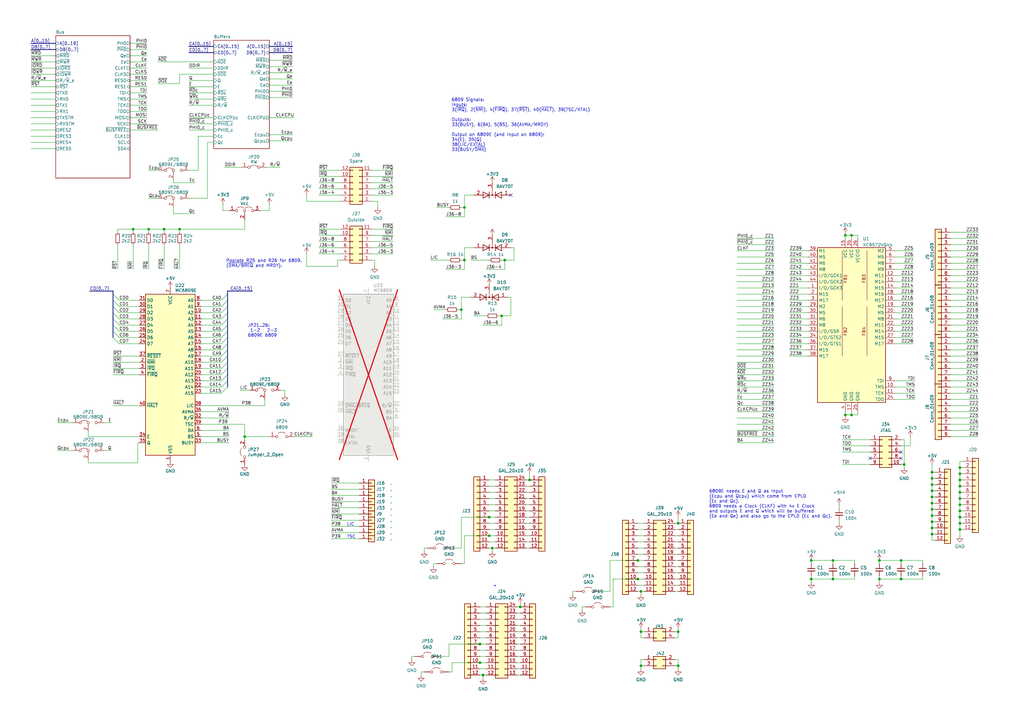
<source format=kicad_sch>
(kicad_sch (version 20231120) (generator "eeschema") (generator_version "8.0")
  (paper "A3")
  (title_block (title "Unicomp v3 - 6809 Board") (date "2023-06-29") (rev "v1") (company "100% Offner") (comment 1 "v1: Initial"))
  (junction (at 190.5 106.68))
  (junction (at 196.85 264.16))
  (junction (at 100.33 179.07))
  (junction (at 360.68 229.87))
  (junction (at 346.71 96.52))
  (junction (at 382.27 219.075))
  (junction (at 370.84 190.5))
  (junction (at 393.7 196.85))
  (junction (at 200.66 219.71))
  (junction (at 382.27 196.215))
  (junction (at 60.96 93.98))
  (junction (at 393.7 214.63))
  (junction (at 198.12 276.86))
  (junction (at 261.62 229.87))
  (junction (at 393.7 212.09))
  (junction (at 341.63 229.87))
  (junction (at 393.7 209.55))
  (junction (at 382.27 193.675))
  (junction (at 393.7 191.77))
  (junction (at 262.89 259.08))
  (junction (at 393.7 217.17))
  (junction (at 382.27 213.995))
  (junction (at 382.27 208.915))
  (junction (at 205.74 129.54))
  (junction (at 54.61 93.98))
  (junction (at 207.01 106.68))
  (junction (at 382.27 211.455))
  (junction (at 278.13 273.05))
  (junction (at 262.89 242.57))
  (junction (at 393.7 204.47))
  (junction (at 332.74 229.87))
  (junction (at 382.27 198.755))
  (junction (at 393.7 194.31))
  (junction (at 213.36 248.92))
  (junction (at 262.89 273.05))
  (junction (at 190.5 85.09))
  (junction (at 382.27 206.375))
  (junction (at 217.17 196.85))
  (junction (at 382.27 216.535))
  (junction (at 278.13 214.63))
  (junction (at 369.57 229.87))
  (junction (at 393.7 201.93))
  (junction (at 73.66 93.98))
  (junction (at 341.63 237.49))
  (junction (at 349.25 170.18))
  (junction (at 382.27 201.295))
  (junction (at 393.7 199.39))
  (junction (at 196.85 271.78))
  (junction (at 189.23 127))
  (junction (at 278.13 259.08))
  (junction (at 332.74 237.49))
  (junction (at 200.66 212.09))
  (junction (at 360.68 237.49))
  (junction (at 393.7 207.01))
  (junction (at 67.31 93.98))
  (junction (at 346.71 170.18))
  (junction (at 201.93 224.79))
  (junction (at 349.25 96.52))
  (junction (at 261.62 237.49))
  (junction (at 369.57 237.49))
  (junction (at 382.27 203.835))
  (no_connect (at 369.57 187.96))
  (no_connect (at 356.87 187.96))
  (no_connect (at 369.57 185.42))
  (no_connect (at 209.55 80.01))
  (bus_entry (at 93.345 123.19) (size -2.54 2.54))
  (bus_entry (at 93.345 151.13) (size -2.54 2.54))
  (bus_entry (at 46.355 128.27) (size 2.54 2.54))
  (bus_entry (at 93.345 130.81) (size -2.54 2.54))
  (bus_entry (at 46.355 123.19) (size 2.54 2.54))
  (bus_entry (at 93.345 146.05) (size -2.54 2.54))
  (bus_entry (at 46.355 120.65) (size 2.54 2.54))
  (bus_entry (at 93.345 156.21) (size -2.54 2.54))
  (bus_entry (at 93.345 128.27) (size -2.54 2.54))
  (bus_entry (at 93.345 153.67) (size -2.54 2.54))
  (bus_entry (at 46.355 138.43) (size 2.54 2.54))
  (bus_entry (at 93.345 143.51) (size -2.54 2.54))
  (bus_entry (at 93.345 120.65) (size -2.54 2.54))
  (bus_entry (at 93.345 138.43) (size -2.54 2.54))
  (bus_entry (at 46.355 130.81) (size 2.54 2.54))
  (bus_entry (at 46.355 135.89) (size 2.54 2.54))
  (bus_entry (at 93.345 125.73) (size -2.54 2.54))
  (bus_entry (at 93.345 133.35) (size -2.54 2.54))
  (bus_entry (at 46.355 133.35) (size 2.54 2.54))
  (bus_entry (at 93.345 148.59) (size -2.54 2.54))
  (bus_entry (at 93.345 140.97) (size -2.54 2.54))
  (bus_entry (at 93.345 135.89) (size -2.54 2.54))
  (bus_entry (at 46.355 125.73) (size 2.54 2.54))
  (bus_entry (at 93.345 158.75) (size -2.54 2.54))
  (bus (pts (xy 46.355 128.27) (xy 46.355 130.81)))
  (wire (pts (xy 393.7 207.01) (xy 394.97 207.01)))
  (wire (pts (xy 60.96 93.98) (xy 67.31 93.98)))
  (wire (pts (xy 393.7 209.55) (xy 394.97 209.55)))
  (wire (pts (xy 71.12 73.66) (xy 71.12 74.93)))
  (wire (pts (xy 154.94 82.55) (xy 154.94 85.09)))
  (wire (pts (xy 323.85 107.95) (xy 331.47 107.95)))
  (wire (pts (xy 382.27 201.295) (xy 382.27 203.835)))
  (wire (pts (xy 110.49 57.785) (xy 120.015 57.785)))
  (wire (pts (xy 341.63 229.87) (xy 341.63 231.14)))
  (wire (pts (xy 238.76 248.92) (xy 240.03 248.92)))
  (wire (pts (xy 82.55 179.07) (xy 93.98 179.07)))
  (wire (pts (xy 73.66 93.98) (xy 100.33 93.98)))
  (wire (pts (xy 389.89 113.03) (xy 401.32 113.03)))
  (wire (pts (xy 278.13 224.79) (xy 276.86 224.79)))
  (wire (pts (xy 262.89 273.05) (xy 262.89 274.32)))
  (wire (pts (xy 12.7 40.64) (xy 22.86 40.64)))
  (wire (pts (xy 367.03 140.97) (xy 374.65 140.97)))
  (wire (pts (xy 261.62 242.57) (xy 262.89 242.57)))
  (wire (pts (xy 46.355 151.13) (xy 57.15 151.13)))
  (bus (pts (xy 93.345 158.75) (xy 93.345 156.21)))
  (wire (pts (xy 393.7 212.09) (xy 393.7 214.63)))
  (wire (pts (xy 57.15 128.27) (xy 48.895 128.27)))
  (wire (pts (xy 389.89 130.81) (xy 401.32 130.81)))
  (wire (pts (xy 53.34 40.64) (xy 60.325 40.64)))
  (wire (pts (xy 57.15 140.97) (xy 48.895 140.97)))
  (wire (pts (xy 189.23 106.68) (xy 190.5 106.68)))
  (wire (pts (xy 262.89 259.08) (xy 264.16 259.08)))
  (wire (pts (xy 389.89 123.19) (xy 401.32 123.19)))
  (wire (pts (xy 46.355 146.05) (xy 57.15 146.05)))
  (wire (pts (xy 393.7 196.85) (xy 393.7 199.39)))
  (wire (pts (xy 152.4 72.39) (xy 161.29 72.39)))
  (wire (pts (xy 130.81 80.01) (xy 139.7 80.01)))
  (wire (pts (xy 196.85 269.24) (xy 199.39 269.24)))
  (wire (pts (xy 12.7 55.88) (xy 22.86 55.88)))
  (wire (pts (xy 213.36 264.16) (xy 212.09 264.16)))
  (bus (pts (xy 110.49 21.59) (xy 120.015 21.59)))
  (wire (pts (xy 130.81 96.52) (xy 139.7 96.52)))
  (wire (pts (xy 135.89 208.28) (xy 147.32 208.28)))
  (wire (pts (xy 389.89 100.33) (xy 401.32 100.33)))
  (wire (pts (xy 213.36 256.54) (xy 212.09 256.54)))
  (wire (pts (xy 278.13 219.71) (xy 276.86 219.71)))
  (wire (pts (xy 73.66 110.49) (xy 73.66 100.33)))
  (wire (pts (xy 42.545 184.785) (xy 45.72 184.785)))
  (bus (pts (xy 93.345 135.89) (xy 93.345 133.35)))
  (wire (pts (xy 261.62 229.87) (xy 264.16 229.87)))
  (wire (pts (xy 367.03 135.89) (xy 374.65 135.89)))
  (bus (pts (xy 46.355 133.35) (xy 46.355 135.89)))
  (wire (pts (xy 110.49 27.305) (xy 120.015 27.305)))
  (wire (pts (xy 323.85 143.51) (xy 331.47 143.51)))
  (wire (pts (xy 373.38 179.07) (xy 373.38 182.88)))
  (wire (pts (xy 82.55 176.53) (xy 93.98 176.53)))
  (wire (pts (xy 64.77 34.29) (xy 73.66 34.29)))
  (wire (pts (xy 168.91 269.24) (xy 170.18 269.24)))
  (wire (pts (xy 389.89 153.67) (xy 401.32 153.67)))
  (wire (pts (xy 382.27 219.075) (xy 383.54 219.075)))
  (wire (pts (xy 345.44 182.88) (xy 356.87 182.88)))
  (wire (pts (xy 77.47 69.85) (xy 81.28 69.85)))
  (wire (pts (xy 190.5 101.6) (xy 190.5 106.68)))
  (wire (pts (xy 190.5 88.9) (xy 190.5 85.09)))
  (wire (pts (xy 200.66 201.93) (xy 203.2 201.93)))
  (wire (pts (xy 100.33 179.07) (xy 110.49 179.07)))
  (wire (pts (xy 57.15 133.35) (xy 48.895 133.35)))
  (wire (pts (xy 262.89 270.51) (xy 262.89 273.05)))
  (wire (pts (xy 323.85 110.49) (xy 331.47 110.49)))
  (wire (pts (xy 53.34 33.02) (xy 60.325 33.02)))
  (wire (pts (xy 332.74 238.76) (xy 332.74 237.49)))
  (wire (pts (xy 173.99 224.79) (xy 175.26 224.79)))
  (wire (pts (xy 82.55 156.21) (xy 90.805 156.21)))
  (wire (pts (xy 125.73 80.01) (xy 125.73 82.55)))
  (bus (pts (xy 46.355 120.65) (xy 46.355 123.19)))
  (wire (pts (xy 302.26 166.37) (xy 317.5 166.37)))
  (wire (pts (xy 261.62 232.41) (xy 264.16 232.41)))
  (wire (pts (xy 302.26 100.33) (xy 317.5 100.33)))
  (wire (pts (xy 23.495 173.355) (xy 29.845 173.355)))
  (wire (pts (xy 278.13 237.49) (xy 276.86 237.49)))
  (wire (pts (xy 332.74 237.49) (xy 341.63 237.49)))
  (wire (pts (xy 213.36 248.92) (xy 212.09 248.92)))
  (wire (pts (xy 189.23 224.79) (xy 189.23 212.09)))
  (wire (pts (xy 302.26 120.65) (xy 317.5 120.65)))
  (wire (pts (xy 369.57 180.34) (xy 370.84 180.34)))
  (wire (pts (xy 198.12 133.35) (xy 205.74 133.35)))
  (wire (pts (xy 196.85 264.16) (xy 199.39 264.16)))
  (wire (pts (xy 190.5 110.49) (xy 190.5 106.68)))
  (wire (pts (xy 199.39 110.49) (xy 207.01 110.49)))
  (wire (pts (xy 389.89 110.49) (xy 401.32 110.49)))
  (wire (pts (xy 12.7 35.56) (xy 22.86 35.56)))
  (wire (pts (xy 147.32 220.98) (xy 135.89 220.98)))
  (wire (pts (xy 82.55 158.75) (xy 90.805 158.75)))
  (wire (pts (xy 302.26 102.87) (xy 317.5 102.87)))
  (wire (pts (xy 71.12 87.63) (xy 71.12 85.09)))
  (wire (pts (xy 64.77 25.4) (xy 87.63 25.4)))
  (wire (pts (xy 130.81 74.93) (xy 139.7 74.93)))
  (wire (pts (xy 262.89 257.81) (xy 262.89 259.08)))
  (bus (pts (xy 93.345 128.27) (xy 93.345 125.73)))
  (wire (pts (xy 91.44 83.82) (xy 91.44 86.36)))
  (wire (pts (xy 110.49 40.005) (xy 120.015 40.005)))
  (wire (pts (xy 278.13 259.08) (xy 276.86 259.08)))
  (wire (pts (xy 53.34 17.78) (xy 60.325 17.78)))
  (wire (pts (xy 217.17 204.47) (xy 215.9 204.47)))
  (wire (pts (xy 261.62 240.03) (xy 264.16 240.03)))
  (wire (pts (xy 369.57 237.49) (xy 378.46 237.49)))
  (wire (pts (xy 213.36 266.7) (xy 212.09 266.7)))
  (bus (pts (xy 93.345 138.43) (xy 93.345 135.89)))
  (wire (pts (xy 370.84 190.5) (xy 370.84 191.77)))
  (wire (pts (xy 152.4 101.6) (xy 161.29 101.6)))
  (wire (pts (xy 346.71 96.52) (xy 346.71 97.79)))
  (wire (pts (xy 278.13 273.05) (xy 278.13 274.32)))
  (wire (pts (xy 262.89 243.84) (xy 262.89 242.57)))
  (wire (pts (xy 172.72 276.86) (xy 172.72 275.59)))
  (bus (pts (xy 110.49 19.05) (xy 120.015 19.05)))
  (wire (pts (xy 394.97 189.23) (xy 393.7 189.23)))
  (wire (pts (xy 53.34 25.4) (xy 60.325 25.4)))
  (wire (pts (xy 278.13 261.62) (xy 276.86 261.62)))
  (wire (pts (xy 77.47 43.18) (xy 87.63 43.18)))
  (wire (pts (xy 367.03 113.03) (xy 374.65 113.03)))
  (wire (pts (xy 82.55 123.19) (xy 90.805 123.19)))
  (wire (pts (xy 110.49 24.765) (xy 120.015 24.765)))
  (wire (pts (xy 217.17 207.01) (xy 215.9 207.01)))
  (wire (pts (xy 261.62 222.25) (xy 264.16 222.25)))
  (wire (pts (xy 217.17 199.39) (xy 215.9 199.39)))
  (wire (pts (xy 57.15 138.43) (xy 48.895 138.43)))
  (wire (pts (xy 200.66 204.47) (xy 203.2 204.47)))
  (wire (pts (xy 81.28 55.88) (xy 87.63 55.88)))
  (wire (pts (xy 152.4 93.98) (xy 161.29 93.98)))
  (wire (pts (xy 349.25 96.52) (xy 349.25 97.79)))
  (wire (pts (xy 360.68 229.87) (xy 369.57 229.87)))
  (wire (pts (xy 389.89 173.99) (xy 401.32 173.99)))
  (wire (pts (xy 77.47 50.8) (xy 87.63 50.8)))
  (wire (pts (xy 217.17 217.17) (xy 215.9 217.17)))
  (wire (pts (xy 92.075 68.58) (xy 99.06 68.58)))
  (wire (pts (xy 77.47 38.1) (xy 87.63 38.1)))
  (wire (pts (xy 382.27 213.995) (xy 383.54 213.995)))
  (wire (pts (xy 205.74 129.54) (xy 204.47 129.54)))
  (wire (pts (xy 393.7 204.47) (xy 394.97 204.47)))
  (bus (pts (xy 93.345 119.38) (xy 103.505 119.38)))
  (wire (pts (xy 54.61 93.98) (xy 60.96 93.98)))
  (wire (pts (xy 302.26 97.79) (xy 317.5 97.79)))
  (wire (pts (xy 194.31 101.6) (xy 190.5 101.6)))
  (wire (pts (xy 261.62 217.17) (xy 264.16 217.17)))
  (wire (pts (xy 262.89 259.08) (xy 262.89 261.62)))
  (wire (pts (xy 346.71 95.885) (xy 346.71 96.52)))
  (wire (pts (xy 67.31 93.98) (xy 73.66 93.98)))
  (wire (pts (xy 217.17 214.63) (xy 215.9 214.63)))
  (wire (pts (xy 152.4 99.06) (xy 161.29 99.06)))
  (wire (pts (xy 393.7 217.17) (xy 394.97 217.17)))
  (wire (pts (xy 234.95 242.57) (xy 236.22 242.57)))
  (wire (pts (xy 53.34 48.26) (xy 60.325 48.26)))
  (wire (pts (xy 177.8 231.14) (xy 179.07 231.14)))
  (wire (pts (xy 382.27 206.375) (xy 382.27 208.915)))
  (wire (pts (xy 393.7 207.01) (xy 393.7 209.55)))
  (wire (pts (xy 323.85 130.81) (xy 331.47 130.81)))
  (wire (pts (xy 302.26 138.43) (xy 317.5 138.43)))
  (wire (pts (xy 85.09 58.42) (xy 85.09 81.28)))
  (bus (pts (xy 93.345 130.81) (xy 93.345 128.27)))
  (bus (pts (xy 12.7 20.32) (xy 22.86 20.32)))
  (wire (pts (xy 177.8 232.41) (xy 177.8 231.14)))
  (wire (pts (xy 250.19 229.87) (xy 261.62 229.87)))
  (wire (pts (xy 108.585 166.37) (xy 108.585 163.83)))
  (wire (pts (xy 278.13 234.95) (xy 276.86 234.95)))
  (wire (pts (xy 130.81 93.98) (xy 139.7 93.98)))
  (wire (pts (xy 278.13 222.25) (xy 276.86 222.25)))
  (wire (pts (xy 36.195 179.07) (xy 57.15 179.07)))
  (wire (pts (xy 23.495 184.785) (xy 29.845 184.785)))
  (wire (pts (xy 262.89 261.62) (xy 264.16 261.62)))
  (wire (pts (xy 125.73 104.14) (xy 125.73 109.22)))
  (wire (pts (xy 184.15 275.59) (xy 185.42 275.59)))
  (wire (pts (xy 393.7 201.93) (xy 394.97 201.93)))
  (wire (pts (xy 393.7 196.85) (xy 394.97 196.85)))
  (wire (pts (xy 389.89 135.89) (xy 401.32 135.89)))
  (wire (pts (xy 261.62 237.49) (xy 264.16 237.49)))
  (wire (pts (xy 57.15 125.73) (xy 48.895 125.73)))
  (wire (pts (xy 153.67 106.68) (xy 153.67 109.22)))
  (wire (pts (xy 261.62 227.33) (xy 264.16 227.33)))
  (wire (pts (xy 36.195 177.165) (xy 36.195 179.07)))
  (wire (pts (xy 360.68 229.87) (xy 360.68 231.14)))
  (wire (pts (xy 382.27 208.915) (xy 383.54 208.915)))
  (wire (pts (xy 177.8 127) (xy 182.88 127)))
  (wire (pts (xy 189.23 127) (xy 187.96 127)))
  (wire (pts (xy 302.26 179.07) (xy 317.5 179.07)))
  (bus (pts (xy 93.345 143.51) (xy 93.345 140.97)))
  (wire (pts (xy 125.73 82.55) (xy 139.7 82.55)))
  (wire (pts (xy 56.515 181.61) (xy 57.15 181.61)))
  (wire (pts (xy 367.03 125.73) (xy 374.65 125.73)))
  (wire (pts (xy 323.85 118.11) (xy 331.47 118.11)))
  (wire (pts (xy 346.71 96.52) (xy 349.25 96.52)))
  (wire (pts (xy 323.85 125.73) (xy 331.47 125.73)))
  (wire (pts (xy 393.7 214.63) (xy 393.7 217.17)))
  (wire (pts (xy 350.52 229.87) (xy 350.52 231.14)))
  (wire (pts (xy 12.7 22.86) (xy 22.86 22.86)))
  (wire (pts (xy 77.47 35.56) (xy 87.63 35.56)))
  (wire (pts (xy 207.01 106.68) (xy 210.82 106.68)))
  (wire (pts (xy 82.55 130.81) (xy 90.805 130.81)))
  (wire (pts (xy 302.26 128.27) (xy 317.5 128.27)))
  (wire (pts (xy 185.42 271.78) (xy 196.85 271.78)))
  (wire (pts (xy 302.26 105.41) (xy 317.5 105.41)))
  (wire (pts (xy 367.03 102.87) (xy 374.65 102.87)))
  (wire (pts (xy 323.85 138.43) (xy 331.47 138.43)))
  (wire (pts (xy 302.26 115.57) (xy 317.5 115.57)))
  (wire (pts (xy 341.63 237.49) (xy 341.63 236.22)))
  (wire (pts (xy 323.85 140.97) (xy 331.47 140.97)))
  (wire (pts (xy 135.89 205.74) (xy 147.32 205.74)))
  (wire (pts (xy 130.81 101.6) (xy 139.7 101.6)))
  (wire (pts (xy 12.7 38.1) (xy 22.86 38.1)))
  (wire (pts (xy 382.27 213.995) (xy 382.27 216.535)))
  (wire (pts (xy 393.7 204.47) (xy 393.7 207.01)))
  (wire (pts (xy 60.96 69.85) (xy 64.77 69.85)))
  (wire (pts (xy 393.7 189.23) (xy 393.7 191.77)))
  (wire (pts (xy 367.03 133.35) (xy 374.65 133.35)))
  (wire (pts (xy 323.85 102.87) (xy 331.47 102.87)))
  (wire (pts (xy 238.76 250.19) (xy 238.76 248.92)))
  (wire (pts (xy 200.66 209.55) (xy 203.2 209.55)))
  (wire (pts (xy 262.89 242.57) (xy 264.16 242.57)))
  (wire (pts (xy 57.15 135.89) (xy 48.895 135.89)))
  (wire (pts (xy 323.85 135.89) (xy 331.47 135.89)))
  (bus (pts (xy 93.345 153.67) (xy 93.345 151.13)))
  (wire (pts (xy 147.32 213.36) (xy 135.89 213.36)))
  (wire (pts (xy 182.88 88.9) (xy 190.5 88.9)))
  (wire (pts (xy 152.4 69.85) (xy 161.29 69.85)))
  (wire (pts (xy 351.79 170.18) (xy 351.79 168.91)))
  (wire (pts (xy 389.89 158.75) (xy 401.32 158.75)))
  (wire (pts (xy 125.73 109.22) (xy 138.43 109.22)))
  (wire (pts (xy 213.36 276.86) (xy 212.09 276.86)))
  (wire (pts (xy 341.63 229.87) (xy 350.52 229.87)))
  (wire (pts (xy 198.12 278.13) (xy 198.12 276.86)))
  (wire (pts (xy 369.57 237.49) (xy 369.57 236.22)))
  (wire (pts (xy 393.7 199.39) (xy 394.97 199.39)))
  (wire (pts (xy 250.19 248.92) (xy 251.46 248.92)))
  (wire (pts (xy 201.93 224.79) (xy 203.2 224.79)))
  (wire (pts (xy 82.55 128.27) (xy 90.805 128.27)))
  (wire (pts (xy 302.26 173.99) (xy 317.5 173.99)))
  (wire (pts (xy 46.355 148.59) (xy 57.15 148.59)))
  (bus (pts (xy 93.345 123.19) (xy 93.345 120.65)))
  (wire (pts (xy 53.34 22.86) (xy 60.325 22.86)))
  (wire (pts (xy 393.7 201.93) (xy 393.7 204.47)))
  (wire (pts (xy 205.74 106.68) (xy 207.01 106.68)))
  (wire (pts (xy 382.27 216.535) (xy 382.27 219.075)))
  (wire (pts (xy 152.4 74.93) (xy 161.29 74.93)))
  (wire (pts (xy 323.85 133.35) (xy 331.47 133.35)))
  (wire (pts (xy 349.25 170.18) (xy 351.79 170.18)))
  (wire (pts (xy 135.89 198.12) (xy 147.32 198.12)))
  (wire (pts (xy 182.88 110.49) (xy 190.5 110.49)))
  (wire (pts (xy 12.7 60.96) (xy 22.86 60.96)))
  (wire (pts (xy 389.89 176.53) (xy 401.32 176.53)))
  (wire (pts (xy 217.17 222.25) (xy 215.9 222.25)))
  (wire (pts (xy 42.545 173.355) (xy 45.72 173.355)))
  (wire (pts (xy 367.03 105.41) (xy 374.65 105.41)))
  (wire (pts (xy 360.68 237.49) (xy 360.68 236.22)))
  (wire (pts (xy 349.25 96.52) (xy 351.79 96.52)))
  (wire (pts (xy 190.5 80.01) (xy 190.5 85.09)))
  (bus (pts (xy 36.83 119.38) (xy 46.355 119.38)))
  (wire (pts (xy 205.74 133.35) (xy 205.74 129.54)))
  (wire (pts (xy 367.03 156.21) (xy 375.285 156.21)))
  (wire (pts (xy 200.66 214.63) (xy 203.2 214.63)))
  (wire (pts (xy 262.89 273.05) (xy 264.16 273.05)))
  (wire (pts (xy 302.26 156.21) (xy 317.5 156.21)))
  (wire (pts (xy 110.49 34.925) (xy 120.015 34.925)))
  (bus (pts (xy 12.7 17.78) (xy 22.86 17.78)))
  (wire (pts (xy 382.27 211.455) (xy 382.27 213.995)))
  (wire (pts (xy 302.26 107.95) (xy 317.5 107.95)))
  (wire (pts (xy 190.5 219.71) (xy 200.66 219.71)))
  (wire (pts (xy 278.13 257.81) (xy 278.13 259.08)))
  (wire (pts (xy 278.13 270.51) (xy 276.86 270.51)))
  (wire (pts (xy 393.7 209.55) (xy 393.7 212.09)))
  (wire (pts (xy 217.17 201.93) (xy 215.9 201.93)))
  (wire (pts (xy 251.46 237.49) (xy 261.62 237.49)))
  (wire (pts (xy 382.27 221.615) (xy 383.54 221.615)))
  (wire (pts (xy 302.26 146.05) (xy 317.5 146.05)))
  (wire (pts (xy 82.55 133.35) (xy 90.805 133.35)))
  (wire (pts (xy 349.25 170.18) (xy 349.25 168.91)))
  (wire (pts (xy 196.85 274.32) (xy 199.39 274.32)))
  (wire (pts (xy 389.89 151.13) (xy 401.32 151.13)))
  (wire (pts (xy 53.34 45.72) (xy 60.325 45.72)))
  (wire (pts (xy 184.15 269.24) (xy 184.15 264.16)))
  (wire (pts (xy 302.26 161.29) (xy 317.5 161.29)))
  (wire (pts (xy 389.89 125.73) (xy 401.32 125.73)))
  (wire (pts (xy 130.81 99.06) (xy 139.7 99.06)))
  (wire (pts (xy 302.26 125.73) (xy 317.5 125.73)))
  (wire (pts (xy 73.66 30.48) (xy 87.63 30.48)))
  (wire (pts (xy 57.15 123.19) (xy 48.895 123.19)))
  (wire (pts (xy 209.55 101.6) (xy 210.82 101.6)))
  (wire (pts (xy 382.27 198.755) (xy 382.27 201.295)))
  (wire (pts (xy 382.27 211.455) (xy 383.54 211.455)))
  (wire (pts (xy 53.34 30.48) (xy 60.325 30.48)))
  (wire (pts (xy 82.55 140.97) (xy 90.805 140.97)))
  (wire (pts (xy 200.66 199.39) (xy 203.2 199.39)))
  (wire (pts (xy 393.7 194.31) (xy 393.7 196.85)))
  (wire (pts (xy 82.55 143.51) (xy 90.805 143.51)))
  (wire (pts (xy 213.36 259.08) (xy 212.09 259.08)))
  (wire (pts (xy 130.81 69.85) (xy 139.7 69.85)))
  (wire (pts (xy 323.85 123.19) (xy 331.47 123.19)))
  (wire (pts (xy 389.89 140.97) (xy 401.32 140.97)))
  (wire (pts (xy 302.26 133.35) (xy 317.5 133.35)))
  (wire (pts (xy 217.17 219.71) (xy 215.9 219.71)))
  (wire (pts (xy 135.89 200.66) (xy 147.32 200.66)))
  (wire (pts (xy 77.47 53.34) (xy 87.63 53.34)))
  (wire (pts (xy 152.4 80.01) (xy 161.29 80.01)))
  (wire (pts (xy 389.89 161.29) (xy 401.32 161.29)))
  (wire (pts (xy 389.89 166.37) (xy 401.32 166.37)))
  (wire (pts (xy 196.85 251.46) (xy 199.39 251.46)))
  (wire (pts (xy 200.66 196.85) (xy 203.2 196.85)))
  (wire (pts (xy 323.85 113.03) (xy 331.47 113.03)))
  (wire (pts (xy 302.26 143.51) (xy 317.5 143.51)))
  (wire (pts (xy 213.36 271.78) (xy 212.09 271.78)))
  (wire (pts (xy 234.95 243.84) (xy 234.95 242.57)))
  (wire (pts (xy 82.55 148.59) (xy 90.805 148.59)))
  (wire (pts (xy 302.26 123.19) (xy 317.5 123.19)))
  (bus (pts (xy 46.355 130.81) (xy 46.355 133.35)))
  (bus (pts (xy 87.63 19.05) (xy 77.47 19.05)))
  (wire (pts (xy 12.7 58.42) (xy 22.86 58.42)))
  (wire (pts (xy 82.55 168.91) (xy 93.98 168.91)))
  (wire (pts (xy 278.13 242.57) (xy 276.86 242.57)))
  (wire (pts (xy 302.26 158.75) (xy 317.5 158.75)))
  (wire (pts (xy 382.27 196.215) (xy 382.27 198.755)))
  (wire (pts (xy 389.89 107.95) (xy 401.32 107.95)))
  (wire (pts (xy 367.03 107.95) (xy 374.65 107.95)))
  (wire (pts (xy 77.47 81.28) (xy 85.09 81.28)))
  (wire (pts (xy 53.34 38.1) (xy 60.325 38.1)))
  (wire (pts (xy 200.66 219.71) (xy 203.2 219.71)))
  (wire (pts (xy 367.03 115.57) (xy 374.65 115.57)))
  (wire (pts (xy 346.71 170.18) (xy 349.25 170.18)))
  (wire (pts (xy 196.85 261.62) (xy 199.39 261.62)))
  (bus (pts (xy 93.345 133.35) (xy 93.345 130.81)))
  (wire (pts (xy 302.26 113.03) (xy 317.5 113.03)))
  (wire (pts (xy 12.7 50.8) (xy 22.86 50.8)))
  (wire (pts (xy 130.81 72.39) (xy 139.7 72.39)))
  (wire (pts (xy 302.26 110.49) (xy 317.5 110.49)))
  (wire (pts (xy 389.89 163.83) (xy 401.32 163.83)))
  (wire (pts (xy 389.89 168.91) (xy 401.32 168.91)))
  (wire (pts (xy 217.17 224.79) (xy 215.9 224.79)))
  (wire (pts (xy 346.71 168.91) (xy 346.71 170.18)))
  (wire (pts (xy 382.27 196.215) (xy 383.54 196.215)))
  (wire (pts (xy 382.27 208.915) (xy 382.27 211.455)))
  (bus (pts (xy 93.345 140.97) (xy 93.345 138.43)))
  (wire (pts (xy 389.89 171.45) (xy 401.32 171.45)))
  (wire (pts (xy 344.17 207.01) (xy 344.17 208.28)))
  (bus (pts (xy 93.345 125.73) (xy 93.345 123.19)))
  (wire (pts (xy 393.7 214.63) (xy 394.97 214.63)))
  (wire (pts (xy 48.26 95.25) (xy 48.26 93.98)))
  (wire (pts (xy 369.57 190.5) (xy 370.84 190.5)))
  (wire (pts (xy 193.04 121.92) (xy 189.23 121.92)))
  (wire (pts (xy 53.34 50.8) (xy 60.325 50.8)))
  (wire (pts (xy 389.89 95.25) (xy 401.32 95.25)))
  (wire (pts (xy 100.33 173.99) (xy 100.33 179.07)))
  (wire (pts (xy 278.13 212.09) (xy 278.13 214.63)))
  (wire (pts (xy 261.62 219.71) (xy 264.16 219.71)))
  (wire (pts (xy 60.96 110.49) (xy 60.96 100.33)))
  (wire (pts (xy 207.01 110.49) (xy 207.01 106.68)))
  (bus (pts (xy 46.355 135.89) (xy 46.355 138.43)))
  (wire (pts (xy 278.13 259.08) (xy 278.13 261.62)))
  (wire (pts (xy 77.47 48.26) (xy 87.63 48.26)))
  (wire (pts (xy 373.38 182.88) (xy 369.57 182.88)))
  (wire (pts (xy 345.44 180.34) (xy 356.87 180.34)))
  (wire (pts (xy 93.98 86.36) (xy 91.44 86.36)))
  (wire (pts (xy 389.89 133.35) (xy 401.32 133.35)))
  (wire (pts (xy 110.49 83.82) (xy 110.49 86.36)))
  (wire (pts (xy 130.81 77.47) (xy 139.7 77.47)))
  (wire (pts (xy 77.47 40.64) (xy 87.63 40.64)))
  (wire (pts (xy 180.34 269.24) (xy 184.15 269.24)))
  (wire (pts (xy 389.89 118.11) (xy 401.32 118.11)))
  (wire (pts (xy 152.4 77.47) (xy 161.29 77.47)))
  (wire (pts (xy 130.81 104.14) (xy 139.7 104.14)))
  (wire (pts (xy 389.89 148.59) (xy 401.32 148.59)))
  (wire (pts (xy 53.34 53.34) (xy 64.77 53.34)))
  (wire (pts (xy 200.66 207.01) (xy 203.2 207.01)))
  (bus (pts (xy 46.355 119.38) (xy 46.355 120.65)))
  (bus (pts (xy 93.345 146.05) (xy 93.345 143.51)))
  (wire (pts (xy 389.89 143.51) (xy 401.32 143.51)))
  (wire (pts (xy 82.55 161.29) (xy 90.805 161.29)))
  (wire (pts (xy 152.4 106.68) (xy 153.67 106.68)))
  (wire (pts (xy 382.27 219.075) (xy 382.27 221.615)))
  (wire (pts (xy 82.55 138.43) (xy 90.805 138.43)))
  (wire (pts (xy 341.63 237.49) (xy 350.52 237.49)))
  (wire (pts (xy 261.62 214.63) (xy 264.16 214.63)))
  (wire (pts (xy 278.13 232.41) (xy 276.86 232.41)))
  (wire (pts (xy 60.96 81.28) (xy 64.77 81.28)))
  (wire (pts (xy 196.85 266.7) (xy 199.39 266.7)))
  (wire (pts (xy 53.34 35.56) (xy 60.325 35.56)))
  (wire (pts (xy 382.27 203.835) (xy 382.27 206.375)))
  (wire (pts (xy 393.7 191.77) (xy 393.7 194.31)))
  (wire (pts (xy 383.54 193.675) (xy 382.27 193.675)))
  (wire (pts (xy 48.26 110.49) (xy 48.26 100.33)))
  (wire (pts (xy 196.85 271.78) (xy 199.39 271.78)))
  (wire (pts (xy 351.79 96.52) (xy 351.79 97.79)))
  (wire (pts (xy 200.66 212.09) (xy 203.2 212.09)))
  (wire (pts (xy 393.7 194.31) (xy 394.97 194.31)))
  (wire (pts (xy 367.03 120.65) (xy 374.65 120.65)))
  (wire (pts (xy 12.7 53.34) (xy 22.86 53.34)))
  (wire (pts (xy 85.09 58.42) (xy 87.63 58.42)))
  (wire (pts (xy 110.49 55.245) (xy 120.015 55.245)))
  (wire (pts (xy 344.17 213.36) (xy 344.17 214.63)))
  (wire (pts (xy 54.61 110.49) (xy 54.61 100.33)))
  (wire (pts (xy 201.93 226.06) (xy 201.93 224.79)))
  (wire (pts (xy 382.27 201.295) (xy 383.54 201.295)))
  (wire (pts (xy 200.66 222.25) (xy 203.2 222.25)))
  (wire (pts (xy 367.03 123.19) (xy 374.65 123.19)))
  (wire (pts (xy 332.74 237.49) (xy 332.74 236.22)))
  (wire (pts (xy 382.27 193.675) (xy 382.27 196.215)))
  (wire (pts (xy 196.85 248.92) (xy 199.39 248.92)))
  (wire (pts (xy 82.55 151.13) (xy 90.805 151.13)))
  (wire (pts (xy 261.62 224.79) (xy 264.16 224.79)))
  (wire (pts (xy 82.55 171.45) (xy 93.98 171.45)))
  (wire (pts (xy 12.7 33.02) (xy 22.86 33.02)))
  (wire (pts (xy 332.74 229.87) (xy 332.74 231.14)))
  (wire (pts (xy 194.31 80.01) (xy 190.5 80.01)))
  (wire (pts (xy 110.49 29.845) (xy 120.015 29.845)))
  (wire (pts (xy 278.13 273.05) (xy 276.86 273.05)))
  (wire (pts (xy 67.31 93.98) (xy 67.31 95.25)))
  (wire (pts (xy 189.23 121.92) (xy 189.23 127)))
  (wire (pts (xy 67.31 110.49) (xy 67.31 100.33)))
  (wire (pts (xy 12.7 45.72) (xy 22.86 45.72)))
  (wire (pts (xy 152.4 82.55) (xy 154.94 82.55)))
  (wire (pts (xy 278.13 270.51) (xy 278.13 273.05)))
  (wire (pts (xy 389.89 138.43) (xy 401.32 138.43)))
  (bus (pts (xy 87.63 21.59) (xy 77.47 21.59)))
  (wire (pts (xy 367.03 128.27) (xy 374.65 128.27)))
  (wire (pts (xy 382.27 216.535) (xy 383.54 216.535)))
  (wire (pts (xy 81.28 69.85) (xy 81.28 55.88)))
  (wire (pts (xy 345.44 190.5) (xy 356.87 190.5)))
  (wire (pts (xy 262.89 270.51) (xy 264.16 270.51)))
  (wire (pts (xy 196.85 259.08) (xy 199.39 259.08)))
  (wire (pts (xy 302.26 163.83) (xy 317.5 163.83)))
  (wire (pts (xy 46.355 153.67) (xy 57.15 153.67)))
  (wire (pts (xy 80.01 87.63) (xy 71.12 87.63)))
  (wire (pts (xy 302.26 130.81) (xy 317.5 130.81)))
  (wire (pts (xy 346.71 170.18) (xy 346.71 170.815)))
  (wire (pts (xy 185.42 224.79) (xy 189.23 224.79)))
  (bus (pts (xy 93.345 120.65) (xy 93.345 119.38)))
  (wire (pts (xy 185.42 275.59) (xy 185.42 271.78)))
  (wire (pts (xy 278.13 214.63) (xy 276.86 214.63)))
  (wire (pts (xy 82.55 166.37) (xy 108.585 166.37)))
  (wire (pts (xy 213.36 247.65) (xy 213.36 248.92)))
  (wire (pts (xy 194.31 129.54) (xy 199.39 129.54)))
  (wire (pts (xy 389.89 146.05) (xy 401.32 146.05)))
  (wire (pts (xy 261.62 234.95) (xy 264.16 234.95)))
  (wire (pts (xy 302.26 153.67) (xy 317.5 153.67)))
  (wire (pts (xy 147.32 210.82) (xy 135.89 210.82)))
  (wire (pts (xy 110.49 86.36) (xy 106.68 86.36)))
  (wire (pts (xy 152.4 96.52) (xy 161.29 96.52)))
  (wire (pts (xy 213.36 269.24) (xy 212.09 269.24)))
  (wire (pts (xy 367.03 110.49) (xy 374.65 110.49)))
  (wire (pts (xy 250.19 242.57) (xy 250.19 229.87)))
  (wire (pts (xy 389.89 105.41) (xy 401.32 105.41)))
  (wire (pts (xy 56.515 189.865) (xy 56.515 181.61)))
  (wire (pts (xy 77.47 27.94) (xy 87.63 27.94)))
  (wire (pts (xy 246.38 242.57) (xy 250.19 242.57)))
  (wire (pts (xy 378.46 237.49) (xy 378.46 236.22)))
  (wire (pts (xy 389.89 115.57) (xy 401.32 115.57)))
  (wire (pts (xy 193.04 106.68) (xy 200.66 106.68)))
  (wire (pts (xy 54.61 93.98) (xy 54.61 95.25)))
  (wire (pts (xy 360.68 237.49) (xy 369.57 237.49)))
  (wire (pts (xy 209.55 129.54) (xy 209.55 121.92)))
  (bus (pts (xy 93.345 148.59) (xy 93.345 146.05)))
  (wire (pts (xy 181.61 130.81) (xy 189.23 130.81)))
  (bus (pts (xy 93.345 151.13) (xy 93.345 148.59)))
  (wire (pts (xy 100.33 179.07) (xy 100.33 180.34)))
  (wire (pts (xy 302.26 151.13) (xy 317.5 151.13)))
  (wire (pts (xy 302.26 181.61) (xy 317.5 181.61)))
  (wire (pts (xy 278.13 240.03) (xy 276.86 240.03)))
  (wire (pts (xy 323.85 105.41) (xy 331.47 105.41)))
  (wire (pts (xy 382.27 206.375) (xy 383.54 206.375)))
  (wire (pts (xy 369.57 229.87) (xy 369.57 231.14)))
  (wire (pts (xy 71.12 74.93) (xy 80.01 74.93)))
  (wire (pts (xy 138.43 106.68) (xy 138.43 109.22)))
  (wire (pts (xy 190.5 231.14) (xy 190.5 219.71)))
  (wire (pts (xy 152.4 104.14) (xy 161.29 104.14)))
  (wire (pts (xy 114.935 160.02) (xy 116.84 160.02)))
  (wire (pts (xy 302.26 135.89) (xy 317.5 135.89)))
  (wire (pts (xy 196.85 276.86) (xy 198.12 276.86)))
  (wire (pts (xy 12.7 43.18) (xy 22.86 43.18)))
  (wire (pts (xy 36.195 189.865) (xy 56.515 189.865)))
  (wire (pts (xy 382.27 190.5) (xy 382.27 193.675)))
  (wire (pts (xy 367.03 163.83) (xy 375.285 163.83)))
  (wire (pts (xy 98.425 160.02) (xy 102.235 160.02)))
  (wire (pts (xy 110.49 37.465) (xy 120.015 37.465)))
  (wire (pts (xy 389.89 120.65) (xy 401.32 120.65)))
  (wire (pts (xy 213.36 261.62) (xy 212.09 261.62)))
  (wire (pts (xy 48.26 93.98) (xy 54.61 93.98)))
  (wire (pts (xy 172.72 275.59) (xy 173.99 275.59)))
  (wire (pts (xy 176.53 106.68) (xy 184.15 106.68)))
  (wire (pts (xy 189.23 212.09) (xy 200.66 212.09)))
  (wire (pts (xy 323.85 146.05) (xy 331.47 146.05)))
  (wire (pts (xy 278.13 217.17) (xy 276.86 217.17)))
  (wire (pts (xy 138.43 106.68) (xy 139.7 106.68)))
  (wire (pts (xy 53.34 20.32) (xy 60.325 20.32)))
  (wire (pts (xy 393.7 191.77) (xy 394.97 191.77)))
  (wire (pts (xy 345.44 185.42) (xy 356.87 185.42)))
  (wire (pts (xy 82.55 173.99) (xy 100.33 173.99)))
  (wire (pts (xy 217.17 194.31) (xy 217.17 196.85)))
  (wire (pts (xy 189.23 231.14) (xy 190.5 231.14)))
  (wire (pts (xy 82.55 146.05) (xy 90.805 146.05)))
  (wire (pts (xy 135.89 203.2) (xy 147.32 203.2)))
  (wire (pts (xy 82.55 125.73) (xy 90.805 125.73)))
  (wire (pts (xy 367.03 138.43) (xy 374.65 138.43)))
  (wire (pts (xy 110.49 32.385) (xy 120.015 32.385)))
  (wire (pts (xy 116.84 160.02) (xy 116.84 161.925)))
  (wire (pts (xy 135.89 215.9) (xy 147.32 215.9)))
  (wire (pts (xy 382.27 198.755) (xy 383.54 198.755)))
  (wire (pts (xy 302.26 140.97) (xy 317.5 140.97)))
  (wire (pts (xy 12.7 25.4) (xy 22.86 25.4)))
  (wire (pts (xy 367.03 130.81) (xy 374.65 130.81)))
  (wire (pts (xy 173.99 226.06) (xy 173.99 224.79)))
  (wire (pts (xy 217.17 196.85) (xy 215.9 196.85)))
  (wire (pts (xy 278.13 227.33) (xy 276.86 227.33)))
  (wire (pts (xy 302.26 148.59) (xy 317.5 148.59)))
  (wire (pts (xy 60.96 93.98) (xy 60.96 95.25)))
  (wire (pts (xy 179.07 85.09) (xy 184.15 85.09)))
  (wire (pts (xy 36.195 188.595) (xy 36.195 189.865)))
  (wire (pts (xy 389.89 128.27) (xy 401.32 128.27)))
  (wire (pts (xy 110.49 48.26) (xy 120.65 48.26)))
  (wire (pts (xy 12.7 27.94) (xy 22.86 27.94)))
  (wire (pts (xy 200.66 224.79) (xy 201.93 224.79)))
  (wire (pts (xy 205.74 129.54) (xy 209.55 129.54)))
  (wire (pts (xy 323.85 128.27) (xy 331.47 128.27)))
  (wire (pts (xy 53.34 43.18) (xy 60.325 43.18)))
  (wire (pts (xy 367.03 118.11) (xy 374.65 118.11)))
  (wire (pts (xy 53.34 27.94) (xy 60.325 27.94)))
  (wire (pts (xy 210.82 106.68) (xy 210.82 101.6)))
  (wire (pts (xy 302.26 168.91) (xy 317.5 168.91)))
  (wire (pts (xy 217.17 209.55) (xy 215.9 209.55)))
  (wire (pts (xy 323.85 120.65) (xy 331.47 120.65)))
  (wire (pts (xy 302.26 118.11) (xy 317.5 118.11)))
  (wire (pts (xy 109.22 68.58) (xy 114.935 68.58)))
  (wire (pts (xy 360.68 237.49) (xy 360.68 238.76)))
  (wire (pts (xy 168.91 270.51) (xy 168.91 269.24)))
  (wire (pts (xy 73.66 34.29) (xy 73.66 30.48)))
  (wire (pts (xy 378.46 229.87) (xy 378.46 231.14)))
  (wire (pts (xy 332.74 229.87) (xy 341.63 229.87)))
  (wire (pts (xy 369.57 229.87) (xy 378.46 229.87)))
  (bus (pts (xy 46.355 123.19) (xy 46.355 125.73)))
  (wire (pts (xy 389.89 97.79) (xy 401.32 97.79)))
  (bus (pts (xy 93.345 156.21) (xy 93.345 153.67)))
  (wire (pts (xy 196.85 256.54) (xy 199.39 256.54)))
  (wire (pts (xy 367.03 158.75) (xy 375.285 158.75)))
  (wire (pts (xy 213.36 274.32) (xy 212.09 274.32)))
  (wire (pts (xy 217.17 212.09) (xy 215.9 212.09)))
  (wire (pts (xy 389.89 156.21) (xy 401.32 156.21)))
  (wire (pts (xy 302.26 171.45) (xy 317.5 171.45)))
  (wire (pts (xy 323.85 115.57) (xy 331.47 115.57)))
  (wire (pts (xy 198.12 276.86) (xy 199.39 276.86)))
  (wire (pts (xy 389.89 102.87) (xy 401.32 102.87)))
  (wire (pts (xy 190.5 85.09) (xy 189.23 85.09)))
  (wire (pts (xy 367.03 161.29) (xy 375.285 161.29)))
  (wire (pts (xy 393.7 212.09) (xy 394.97 212.09)))
  (wire (pts (xy 46.355 166.37) (xy 57.15 166.37)))
  (wire (pts (xy 57.15 130.81) (xy 48.895 130.81)))
  (wire (pts (xy 302.26 176.53) (xy 317.5 176.53)))
  (wire (pts (xy 82.55 181.61) (xy 93.98 181.61)))
  (wire (pts (xy 278.13 229.87) (xy 276.86 229.87)))
  (wire (pts (xy 12.7 48.26) (xy 22.86 48.26)))
  (wire (pts (xy 370.84 180.34) (xy 370.84 190.5)))
  (wire (pts (xy 393.7 199.39) (xy 393.7 201.93)))
  (wire (pts (xy 251.46 248.92) (xy 251.46 237.49)))
  (wire (pts (xy 189.23 130.81) (xy 189.23 127)))
  (wire (pts (xy 213.36 251.46) (xy 212.09 251.46)))
  (wire (pts (xy 82.55 135.89) (xy 90.805 135.89)))
  (wire (pts (xy 120.65 179.07) (xy 128.27 179.07)))
  (wire (pts (xy 147.32 218.44) (xy 135.89 218.44)))
  (wire (pts (xy 393.7 217.17) (xy 393.7 219.71)))
  (wire (pts (xy 213.36 254) (xy 212.09 254)))
  (wire (pts (xy 77.47 33.02) (xy 87.63 33.02)))
  (bus (pts (xy 46.355 125.73) (xy 46.355 128.27)))
  (wire (pts (xy 82.55 153.67) (xy 90.805 153.67)))
  (wire (pts (xy 196.85 254) (xy 199.39 254)))
  (wire (pts (xy 12.7 30.48) (xy 22.86 30.48)))
  (wire (pts (xy 100.33 90.17) (xy 100.33 93.98)))
  (wire (pts (xy 208.28 121.92) (xy 209.55 121.92)))
  (wire (pts (xy 382.27 203.835) (xy 383.54 203.835)))
  (wire (pts (xy 184.15 264.16) (xy 196.85 264.16)))
  (wire (pts (xy 200.66 217.17) (xy 203.2 217.17)))
  (wire (pts (xy 389.89 179.07) (xy 401.32 179.07)))
  (wire (pts (xy 350.52 236.22) (xy 350.52 237.49)))
  (wire (pts (xy 73.66 93.98) (xy 73.66 95.25)))
  (text "Poplate R25 and R26 for 6809.\n(~{DMA/BREQ} and MRDY)." (at 92.71 109.855 0) (effects (font (size 1.27 1.27)) (justify left bottom)))
  (text "6809 Signals:\nInputs:\n3(~{IRQ}), 2(~{NMI}), 4(~{FIRQ}), 37(~{RST}), 40(~{HALT}), 39(TSC/XTAL)\n\nOutputs:\n33(BUSY), 6(BA), 5(BS), 36(AVMA/MRDY)\n\nOutput on 6809E (and Input on 6809):\n34(E), 35(Q)\n38(LIC/EXTAL)\n33(BUSY/~{DMA})" (at 185.166 51.308 0) (effects (font (size 1.27 1.27)) (justify left)))
  (text "LIC" (at 142.24 215.9 0) (effects (font (size 1.27 1.27)) (justify left bottom)))
  (text "6809E needs E and Q as Input\n(Ecpu and Qcpu) which come from CPLD\n(Ec and Qc).\n6809 needs a Clock (CLKF) with 4x E Clock\nand outputs E and Q which will be buffered\n(Ee and Qe) and also go to the CPLD (Ec and Qc)." (at 290.83 212.598 0) (effects (font (size 1.27 1.27)) (justify left bottom)))
  (text "*" (at 202.438 241.554 0) (effects (font (size 1.27 1.27)) (justify left bottom)))
  (text "TSC" (at 142.24 220.98 0) (effects (font (size 1.27 1.27)) (justify left bottom)))
  (text "JP21..26:\n 1-2   2-3\n6809E 6809" (at 101.6 138.43 0) (effects (font (size 1.27 1.27)) (justify left bottom)))
  (label "J36-4" (at 130.81 80.01 0))
  (label "CD3" (at 48.895 130.81 0))
  (label "~{RST}" (at 130.81 93.98 0))
  (label "CA7" (at 90.805 140.97 180))
  (label "ZZ2" (at 317.5 100.33 180))
  (label "~{IOWR}" (at 12.7 30.48 0))
  (label "ZZ8" (at 401.32 179.07 180))
  (label "~{PHI0}" (at 120.015 40.005 180))
  (label "BA" (at 302.26 181.61 0))
  (label "ZZ42" (at 323.85 110.49 0))
  (label "LIC" (at 176.53 106.68 0))
  (label "BA" (at 194.31 129.54 0))
  (label "J36-8" (at 182.88 88.9 0))
  (label "Qcpu" (at 60.96 81.28 0))
  (label "CA14" (at 90.805 158.75 180))
  (label "CA11" (at 90.805 151.13 180))
  (label "~{HALT}" (at 161.29 74.93 180))
  (label "E" (at 77.47 35.56 0))
  (label "ZZ19" (at 374.65 125.73 180))
  (label "~{IRQ}" (at 135.89 198.12 0))
  (label "BS" (at 93.98 179.07 180))
  (label "~{NMI}" (at 135.89 210.82 0))
  (label "ZZ44" (at 323.85 115.57 0))
  (label "~{BUSFREE}" (at 302.26 179.07 0))
  (label "ZZ6" (at 317.5 107.95 180))
  (label "Ee" (at 60.325 25.4 180))
  (label "ZZ41" (at 401.32 153.67 180))
  (label "TCK" (at 375.285 161.29 180))
  (label "J36-5" (at 181.61 130.81 0))
  (label "~{FIRQ}" (at 161.29 69.85 180))
  (label "ZZ12" (at 317.5 115.57 180))
  (label "ZZ31" (at 317.5 151.13 180))
  (label "ZZ22" (at 374.65 133.35 180))
  (label "ZZ29" (at 317.5 146.05 180))
  (label "~{MWR}" (at 120.015 27.305 180))
  (label "~{FIRQ}" (at 46.355 153.67 0))
  (label "ZZ44" (at 401.32 161.29 180))
  (label "Ecpu" (at 120.015 55.245 180))
  (label "BA" (at 93.98 176.53 180))
  (label "ZZ38" (at 317.5 166.37 180))
  (label "ZZ12" (at 374.65 113.03 180))
  (label "ZZ1" (at 317.5 97.79 180))
  (label "Qcpu" (at 23.495 184.785 0))
  (label "CLKCPUc" (at 302.26 168.91 0))
  (label "ZZ34" (at 323.85 138.43 0))
  (label "ZZ27" (at 401.32 110.49 180))
  (label "ZZ32" (at 317.5 153.67 180))
  (label "ZZ43" (at 323.85 113.03 0))
  (label "ZZ20" (at 374.65 128.27 180))
  (label "ZZ44" (at 317.5 181.61 180))
  (label "CA5" (at 90.805 135.89 180))
  (label "ZZ30" (at 401.32 102.87 180))
  (label "ZZ22" (at 317.5 135.89 180))
  (label "~{HALT}" (at 135.89 208.28 0))
  (label "CLKS" (at 60.325 30.48 180))
  (label "Ec" (at 302.26 163.83 0))
  (label "ZZ39" (at 317.5 168.91 180))
  (label "~{IRQ}" (at 130.81 96.52 0))
  (label "DB[0..7]" (at 12.7 20.32 0))
  (label "SCK" (at 60.325 50.8 180))
  (label "~{RST}" (at 48.26 110.49 90))
  (label "ZZ21" (at 401.32 135.89 180))
  (label "TDO" (at 375.285 163.83 180))
  (label "CA3" (at 90.805 130.81 180))
  (label "R{slash}~{W}" (at 77.47 43.18 0))
  (label "J36-6" (at 130.81 77.47 0))
  (label "PHI0_c" (at 77.47 53.34 0))
  (label "J36-4" (at 130.81 104.14 0))
  (label "ZZ6" (at 401.32 173.99 180))
  (label "P38" (at 135.89 215.9 0))
  (label "~{IRQ}" (at 60.96 110.49 90))
  (label "ZZ3" (at 323.85 123.19 0))
  (label "R{slash}~{W}_e" (at 120.015 29.845 180))
  (label "CA10" (at 90.805 148.59 180))
  (label "ZZ18" (at 317.5 125.73 180))
  (label "CD6" (at 48.895 138.43 0))
  (label "Q" (at 77.47 33.02 0))
  (label "BS" (at 135.89 200.66 0))
  (label "DDIR" (at 77.47 27.94 0))
  (label "~{FIRQ}" (at 135.89 213.36 0))
  (label "TDI" (at 60.325 38.1 180))
  (label "~{PHI0_c}" (at 302.26 100.33 0))
  (label "~{IRQ}" (at 46.355 151.13 0))
  (label "TDO" (at 345.44 182.88 0))
  (label "~{RST}" (at 12.7 35.56 0))
  (label "CA4" (at 90.805 133.35 180))
  (label "ZZ34" (at 317.5 158.75 180))
  (label "ZZ32" (at 323.85 133.35 0))
  (label "ZZ12" (at 401.32 118.11 180))
  (label "R{slash}~{W}_e" (at 12.7 33.02 0))
  (label "CLKCPUc" (at 77.47 48.26 0))
  (label "CLKF" (at 60.325 27.94 180))
  (label "CA15" (at 90.805 161.29 180))
  (label "~{RST}" (at 130.81 69.85 0))
  (label "~{BUSFREE}" (at 64.77 53.34 180))
  (label "CA[0..15]" (at 103.505 119.38 180))
  (label "ZZ13" (at 317.5 118.11 180))
  (label "ZZ29" (at 323.85 125.73 0))
  (label "ZZ23" (at 317.5 138.43 180))
  (label "TCK" (at 345.44 180.34 0))
  (label "ZZ34" (at 401.32 138.43 180))
  (label "CLKCPU" (at 128.27 179.07 180))
  (label "J36-8" (at 130.81 74.93 0))
  (label "~{IORD}" (at 12.7 27.94 0))
  (label "CA9" (at 90.805 146.05 180))
  (label "ZZ5" (at 317.5 105.41 180))
  (label "ZZ1" (at 323.85 118.11 0))
  (label "ZZ7" (at 317.5 110.49 180))
  (label "~{MRD}" (at 120.015 24.765 180))
  (label "TMS" (at 345.44 185.42 0))
  (label "ZZ3" (at 317.5 102.87 180))
  (label "TDI" (at 345.44 190.5 0))
  (label "ZZ8" (at 374.65 110.49 180))
  (label "CD4" (at 48.895 133.35 0))
  (label "RES1" (at 60.325 35.56 180))
  (label "ZZ37" (at 317.5 163.83 180))
  (label "ZZ42" (at 317.5 176.53 180))
  (label "CA2" (at 90.805 128.27 180))
  (label "ZZ3" (at 401.32 168.91 180))
  (label "DDIR" (at 92.075 68.58 0))
  (label "Qcpu" (at 120.015 57.785 180))
  (label "ZZ39" (at 323.85 102.87 0))
  (label "TDO" (at 60.325 45.72 180))
  (label "AVMA" (at 177.8 127 0))
  (label "ZZ27" (at 317.5 140.97 180))
  (label "MOSI" (at 60.325 48.26 180))
  (label "ZZ22" (at 401.32 115.57 180))
  (label "ZZ27" (at 374.65 138.43 180))
  (label "AVMA" (at 93.98 168.91 180))
  (label "~{RD}c" (at 77.47 38.1 0))
  (label "CA[0..15]" (at 77.47 19.05 0))
  (label "ZZ2" (at 323.85 120.65 0))
  (label "ZZ42" (at 401.32 156.21 180))
  (label "ZZ8" (at 317.5 113.03 180))
  (label "Ecpu" (at 60.96 69.85 0))
  (label "RES0" (at 60.325 33.02 180))
  (label "ZZ36" (at 323.85 140.97 0))
  (label "ZZ7" (at 401.32 176.53 180))
  (label "CA1" (at 90.805 125.73 180))
  (label "ZZ19" (at 401.32 130.81 180))
  (label "CD5" (at 48.895 135.89 0))
  (label "ZZ43" (at 317.5 179.07 180))
  (label "Q" (at 45.72 184.785 180))
  (label "BS" (at 193.04 106.68 0))
  (label "J36-5" (at 161.29 77.47 180))
  (label "PHI0" (at 120.015 37.465 180))
  (label "ZZ5" (at 374.65 102.87 180))
  (label "CD7" (at 48.895 140.97 0))
  (label "ZZ2" (at 401.32 166.37 180))
  (label "~{DOE}" (at 64.77 34.29 0))
  (label "CD[0..7]" (at 77.47 21.59 0))
  (label "~{AOE}" (at 302.26 153.67 0))
  (label "ZZ38" (at 323.85 146.05 0))
  (label "PHI0" (at 60.325 17.78 180))
  (label "TMS" (at 60.325 40.64 180))
  (label "CA0" (at 90.805 123.19 180))
  (label "CA8" (at 90.805 143.51 180))
  (label "Ee" (at 120.015 34.925 180))
  (label "ZZ19" (at 317.5 128.27 180))
  (label "ZZ33" (at 323.85 135.89 0))
  (label "~{MWR}" (at 12.7 25.4 0))
  (label "ZZ41" (at 323.85 107.95 0))
  (label "ZZ30" (at 317.5 148.59 180))
  (label "J36-6" (at 130.81 101.6 0))
  (label "~{HALT}" (at 161.29 99.06 180))
  (label "~{DOE}" (at 302.26 151.13 0))
  (label "CLKF" (at 302.26 102.87 0))
  (label "ZZ13" (at 374.65 115.57 180))
  (label "TDI" (at 375.285 156.21 180))
  (label "CD1" (at 48.895 125.73 0))
  (label "ZZ14" (at 401.32 123.19 180))
  (label "J36-3" (at 161.29 104.14 180))
  (label "ZZ37" (at 323.85 143.51 0))
  (label "PHI0_c" (at 302.26 97.79 0))
  (label "CD[0..7]" (at 36.83 119.38 0))
  (label "P39" (at 135.89 220.98 0))
  (label "ZZ16" (at 317.5 123.19 180))
  (label "ZZ41" (at 317.5 173.99 180))
  (label "ZZ38" (at 401.32 146.05 180))
  (label "ZZ23" (at 374.65 135.89 180))
  (label "ZZ14" (at 374.65 118.11 180))
  (label "CLKCPU" (at 120.65 48.26 180))
  (label "Ec" (at 80.01 74.93 180))
  (label "ZZ43" (at 401.32 158.75 180))
  (label "~{RD}c" (at 302.26 158.75 0))
  (label "~{NMI}" (at 161.29 96.52 180))
  (label "R{slash}~{W}" (at 302.26 161.29 0))
  (label "ZZ33" (at 317.5 156.21 180))
  (label "ZZ28" (at 401.32 107.95 180))
  (label "ZZ33" (at 401.32 95.25 180))
  (label "~{NMI}" (at 54.61 110.49 90))
  (label "~{HALT}" (at 46.355 166.37 0))
  (label "ZZ28" (at 374.65 140.97 180))
  (label "ZZ31" (at 323.85 130.81 0))
  (label "ZZ36" (at 317.5 161.29 180))
  (label "~{NMI}" (at 161.29 72.39 180))
  (label "J36-3" (at 182.88 110.49 0))
  (label "R{slash}~{W}" (at 114.935 68.58 180))
  (label "J36-4" (at 199.39 110.49 0))
  (label "ZZ21" (at 374.65 130.81 180))
  (label "~{NMI}" (at 46.355 148.59 0))
  (label "Qe" (at 120.015 32.385 180))
  (label "ZZ40" (at 323.85 105.41 0))
  (label "ZZ29" (at 401.32 105.41 180))
  (label "BA" (at 135.89 203.2 0))
  (label "~{FIRQ}" (at 161.29 93.98 180))
  (label "R{slash}~{W}" (at 93.98 171.45 180))
  (label "J36-8" (at 130.81 99.06 0))
  (label "TMS" (at 375.285 158.75 180))
  (label "LIC" (at 98.425 160.02 0))
  (label "P38" (at 99.06 166.37 0))
  (label "P39" (at 89.535 173.99 0))
  (label "CA12" (at 90.805 153.67 180))
  (label "~{FIRQ}" (at 67.31 110.49 90))
  (label "ZZ32" (at 401.32 97.79 180))
  (label "ZZ28" (at 317.5 143.51 180))
  (label "ZZ16" (at 401.32 125.73 180))
  (label "ZZ14" (at 317.5 120.65 180))
  (label "Qc" (at 302.26 166.37 0))
  (label "A[0..15]" (at 12.7 17.78 0))
  (label "ZZ20" (at 401.32 133.35 180))
  (label "CA6" (at 90.805 138.43 180))
  (label "J36-6" (at 198.12 133.35 0))
  (label "ZZ7" (at 374.65 107.95 180))
  (label "ZZ18" (at 401.32 128.27 180))
  (label "~{PHI0_c}" (at 77.47 50.8 0))
  (label "ZZ37" (at 401.32 143.51 180))
  (label "ZZ20" (at 317.5 130.81 180))
  (label "~{MRD}" (at 12.7 22.86 0))
  (label "ZZ21" (at 317.5 133.35 180))
  (label "ZZ40" (at 401.32 151.13 180))
  (label "ZZ31" (at 401.32 100.33 180))
  (label "ZZ18" (at 374.65 120.65 180))
  (label "Ecpu" (at 23.495 173.355 0))
  (label "BUSY" (at 93.98 181.61 180))
  (label "ZZ40" (at 317.5 171.45 180))
  (label "~{AOE}" (at 64.77 25.4 0))
  (label "ZZ39" (at 401.32 148.59 180))
  (label "J36-3" (at 161.29 80.01 180))
  (label "BUSY" (at 135.89 205.74 0))
  (label "ZZ6" (at 374.65 105.41 180))
  (label "ZZ13" (at 401.32 120.65 180))
  (label "CA13" (at 90.805 156.21 180))
  (label "ZZ30" (at 323.85 128.27 0))
  (label "~{IRQ}" (at 130.81 72.39 0))
  (label "CD0" (at 48.895 123.19 0))
  (label "CD2" (at 48.895 128.27 0))
  (label "ZZ1" (at 401.32 163.83 180))
  (label "ZZ23" (at 401.32 113.03 180))
  (label "Qc" (at 80.01 87.63 180))
  (label "AVMA" (at 135.89 218.44 0))
  (label "DB[0..7]" (at 120.015 21.59 180))
  (label "~{WR}c" (at 77.47 40.64 0))
  (label "ZZ5" (at 401.32 171.45 180))
  (label "~{WR}c" (at 302.26 156.21 0))
  (label "E" (at 45.72 173.355 180))
  (label "~{HALT}" (at 73.66 110.49 90))
  (label "TCK" (at 60.325 43.18 180))
  (label "A[0..15]" (at 120.015 19.05 180))
  (label "~{RST}" (at 46.355 146.05 0))
  (label "ZZ16" (at 374.65 123.19 180))
  (label "J36-5" (at 161.29 101.6 180))
  (label "Qe" (at 60.325 22.86 180))
  (label "BUSY" (at 179.07 85.09 0))
  (label "ZZ36" (at 401.32 140.97 180))
  (label "~{PHI0}" (at 60.325 20.32 180))
  (symbol (lib_id "Diode:BAV70T") (at 200.66 121.92 180) (unit 1)
    (property "Reference" "D10" (at 205.74 115.824 0))
    (property "Value" "BAV70T" (at 205.74 118.364 0))
    (property "Footprint" "Package_TO_SOT_SMD:SOT-23_Handsoldering" (effects (hide yes)))
    (property "Datasheet" "https://assets.nexperia.com/documents/data-sheet/BAV70_SER.pdf" (effects (hide yes)))
    (property "Description" "Dual 100V 150mA high-speed switching diodes, common cathode, SOT-416" (effects (hide yes)))
  )
  (symbol (lib_id "power:GND") (at 168.91 270.51 0) (mirror y) (unit 1)
    (property "Reference" "#PWR056" (effects (hide yes)))
    (property "Value" "GND" (at 168.91 274.9534 0))
  )
  (symbol (lib_id "Device:R_Small") (at 185.42 127 90) (unit 1)
    (property "Reference" "R15" (at 185.42 121.92 90))
    (property "Value" "1k" (at 185.42 124.46 90))
    (property "Footprint" "Resistor_SMD:R_1206_3216Metric_Pad1.30x1.75mm_HandSolder" (effects (hide yes)))
  )
  (symbol (lib_id "Jumper:Jumper_3_Bridged12") (at 36.195 184.785 0) (unit 1)
    (property "Reference" "JP22" (at 36.195 180.3408 0))
    (property "Value" "6809E/6809" (at 36.195 182.3888 0))
    (property "Footprint" "Jumper:SolderJumper-3_P1.3mm_Bridged12_RoundedPad1.0x1.5mm_NumberLabels" (effects (hide yes)))
  )
  (symbol (lib_id "Connector_Generic:Conn_01x12") (at 222.25 209.55 0) (unit 1)
    (property "Reference" "J35" (at 220.472 193.04 0) (effects (justify left)))
    (property "Value" "Conn_01x12" (effects (hide yes)))
    (property "Footprint" "Connector_PinSocket_2.54mm:PinSocket_1x12_P2.54mm_Vertical" (effects (hide yes)))
    (property "Description" "Generic connector, single row, 01x12, script generated (kicad-library-utils/schlib/autogen/connector/)" (effects (hide yes)))
  )
  (symbol (lib_id "Jumper:Jumper_2_Open") (at 115.57 179.07 0) (unit 1)
    (property "Reference" "JP24" (at 115.57 172.72 0))
    (property "Value" "6809" (at 115.57 175.26 0))
    (property "Footprint" "Jumper:SolderJumper-2_P1.3mm_Open_RoundedPad1.0x1.5mm" (effects (hide yes)))
  )
  (symbol (lib_id "power:+3V3") (at 91.44 83.82 0) (unit 1)
    (property "Reference" "#PWR043" (effects (hide yes)))
    (property "Value" "+3V3" (at 91.44 79.875 0))
  )
  (symbol (lib_id "power:GND") (at 173.99 226.06 0) (mirror y) (unit 1)
    (property "Reference" "#PWR059" (effects (hide yes)))
    (property "Value" "GND" (at 173.99 230.5034 0))
  )
  (symbol (lib_name "Jumper_2_Open_1") (lib_id "Jumper:Jumper_2_Open") (at 179.07 275.59 0) (unit 1) (exclude_from_sim yes)
    (property "Reference" "JP11" (at 179.07 269.24 0))
    (property "Value" "GND" (at 179.07 271.78 0))
    (property "Footprint" "Jumper:SolderJumper-2_P1.3mm_Open_RoundedPad1.0x1.5mm" (effects (hide yes)))
    (property "Description" "Jumper, 2-pole, open" (effects (hide yes)))
  )
  (symbol (lib_id "Device:R_Small") (at 186.69 106.68 90) (unit 1)
    (property "Reference" "R16" (at 185.166 104.394 90))
    (property "Value" "1k" (at 188.976 104.394 90))
    (property "Footprint" "Resistor_SMD:R_1206_3216Metric_Pad1.30x1.75mm_HandSolder" (effects (hide yes)))
  )
  (symbol (lib_id "power:+3V3") (at 373.38 179.07 0) (unit 1)
    (property "Reference" "#PWR048" (effects (hide yes)))
    (property "Value" "+3V3" (at 373.38 175.4942 0))
    (property "Description" "Power symbol creates a global label with name \"+3V3\"" (effects (hide yes)))
  )
  (symbol (lib_id "Connector_Generic:Conn_02x06_Odd_Even") (at 147.32 101.6 180) (unit 1)
    (property "Reference" "J37" (at 146.05 87.63 0))
    (property "Value" "Outside" (at 146.05 90.17 0))
    (property "Footprint" "Connector_PinHeader_2.54mm:PinHeader_2x06_P2.54mm_Horizontal" (effects (hide yes)))
    (property "Description" "Generic connector, double row, 02x06, odd/even pin numbering scheme (row 1 odd numbers, row 2 even numbers), script generated (kicad-library-utils/schlib/autogen/connector/)" (effects (hide yes)))
  )
  (symbol (lib_name "GND_1") (lib_id "power:GND") (at 100.33 190.5 0) (unit 1)
    (property "Reference" "#PWR061" (effects (hide yes)))
    (property "Value" "GND" (at 100.33 194.445 0))
  )
  (symbol (lib_id "Device:C_Small") (at 341.63 233.68 0) (unit 1)
    (property "Reference" "C2" (at 343.9541 232.8516 0) (effects (justify left)))
    (property "Value" "100n" (at 343.9541 235.3885 0) (effects (justify left)))
    (property "Footprint" "Capacitor_SMD:C_1206_3216Metric" (effects (hide yes)))
  )
  (symbol (lib_id "Device:R_Small") (at 48.26 97.79 0) (unit 1)
    (property "Reference" "R20" (at 49.7586 96.766 0) (effects (justify left)))
    (property "Value" "2k2" (at 49.7586 98.814 0) (effects (justify left)))
    (property "Footprint" "Resistor_SMD:R_1206_3216Metric_Pad1.30x1.75mm_HandSolder" (effects (hide yes)))
  )
  (symbol (lib_id "Jumper:Jumper_3_Bridged12") (at 71.12 69.85 0) (unit 1)
    (property "Reference" "JP25" (at 71.12 65.4058 0))
    (property "Value" "6809E/6809" (at 71.12 67.4538 0))
    (property "Footprint" "Jumper:SolderJumper-3_P1.3mm_Bridged12_RoundedPad1.0x1.5mm_NumberLabels" (effects (hide yes)))
  )
  (symbol (lib_id "Device:R_Small") (at 60.96 97.79 0) (unit 1)
    (property "Reference" "R22" (at 62.4586 96.766 0) (effects (justify left)))
    (property "Value" "2k2" (at 62.4586 98.814 0) (effects (justify left)))
    (property "Footprint" "Resistor_SMD:R_1206_3216Metric_Pad1.30x1.75mm_HandSolder" (effects (hide yes)))
  )
  (symbol (lib_id "power:+5V") (at 217.17 194.31 0) (unit 1)
    (property "Reference" "#PWR069" (effects (hide yes)))
    (property "Value" "+5V" (at 217.17 190.7342 0))
  )
  (symbol (lib_id "Connector_Generic:Conn_01x08") (at 384.81 146.05 0) (mirror y) (unit 1)
    (property "Reference" "J7" (at 380.365 147.955 90) (effects (justify left)))
    (property "Value" "Conn_01x08" (at 382.2669 151.765 90) (effects (justify left)))
    (property "Footprint" "Connector_PinHeader_2.54mm:PinHeader_1x08_P2.54mm_Vertical" (effects (hide yes)))
  )
  (symbol (lib_id "Connector_Generic:Conn_02x05_Odd_Even") (at 361.95 185.42 0) (unit 1)
    (property "Reference" "J34" (at 363.22 173.99 0))
    (property "Value" "JTAG" (at 363.22 176.53 0))
    (property "Footprint" "Connector_PinHeader_2.54mm:PinHeader_2x05_P2.54mm_Horizontal" (effects (hide yes)))
    (property "Description" "Generic connector, double row, 02x05, odd/even pin numbering scheme (row 1 odd numbers, row 2 even numbers), script generated (kicad-library-utils/schlib/autogen/connector/)" (effects (hide yes)))
  )
  (symbol (lib_name "GND_1") (lib_id "power:GND") (at 116.84 161.925 0) (unit 1)
    (property "Reference" "#PWR058" (effects (hide yes)))
    (property "Value" "GND" (at 116.84 165.87 0))
  )
  (symbol (lib_id "Device:C_Small") (at 344.17 210.82 0) (unit 1)
    (property "Reference" "C10" (at 346.4941 209.9916 0) (effects (justify left)))
    (property "Value" "100n" (at 346.4941 212.5285 0) (effects (justify left)))
    (property "Footprint" "Capacitor_SMD:C_1206_3216Metric" (effects (hide yes)))
    (property "Description" "Unpolarized capacitor, small symbol" (effects (hide yes)))
  )
  (symbol (lib_name "Jumper_2_Open_1") (lib_id "Jumper:Jumper_2_Open") (at 241.3 242.57 0) (unit 1) (exclude_from_sim yes)
    (property "Reference" "JP14" (at 241.3 236.22 0))
    (property "Value" "GND" (at 241.3 238.76 0))
    (property "Footprint" "Jumper:SolderJumper-2_P1.3mm_Open_RoundedPad1.0x1.5mm" (effects (hide yes)))
    (property "Description" "Jumper, 2-pole, open" (effects (hide yes)))
  )
  (symbol (lib_id "Device:R_Small") (at 201.93 129.54 90) (unit 1)
    (property "Reference" "R13" (at 201.93 124.46 90))
    (property "Value" "1k" (at 201.93 127 90))
    (property "Footprint" "Resistor_SMD:R_1206_3216Metric_Pad1.30x1.75mm_HandSolder" (effects (hide yes)))
  )
  (symbol (lib_id "Device:C_Small") (at 378.46 233.68 0) (unit 1)
    (property "Reference" "C8" (at 380.7841 232.8516 0) (effects (justify left)))
    (property "Value" "100n" (at 380.7841 235.3885 0) (effects (justify left)))
    (property "Footprint" "Capacitor_SMD:C_1206_3216Metric" (effects (hide yes)))
  )
  (symbol (lib_name "Jumper_2_Open_1") (lib_id "Jumper:Jumper_2_Open") (at 184.15 231.14 0) (unit 1) (exclude_from_sim yes)
    (property "Reference" "JP13" (at 184.15 224.79 0))
    (property "Value" "GND" (at 184.15 227.33 0))
    (property "Footprint" "Jumper:SolderJumper-2_P1.3mm_Open_RoundedPad1.0x1.5mm" (effects (hide yes)))
    (property "Description" "Jumper, 2-pole, open" (effects (hide yes)))
  )
  (symbol (lib_id "Connector_Generic:Conn_01x01") (at 152.4 215.9 0) (unit 1)
    (property "Reference" "J28" (at 154.305 215.9 0) (effects (justify left)))
    (property "Value" "." (at 160.02 215.9 0) (effects (justify left)))
    (property "Footprint" "Connector_PinHeader_2.00mm:PinHeader_1x01_P2.00mm_Vertical" (effects (hide yes)))
  )
  (symbol (lib_id "Connector_Generic:Conn_02x02_Odd_Even") (at 269.24 259.08 0) (unit 1)
    (property "Reference" "J41" (at 270.51 256.794 0))
    (property "Value" "Conn_02x02_Odd_Even" (effects (hide yes)))
    (property "Footprint" "Connector_PinSocket_2.54mm:PinSocket_2x02_P2.54mm_Vertical" (effects (hide yes)))
    (property "Description" "Generic connector, double row, 02x02, odd/even pin numbering scheme (row 1 odd numbers, row 2 even numbers), script generated (kicad-library-utils/schlib/autogen/connector/)" (effects (hide yes)))
  )
  (symbol (lib_name "Jumper_2_Open_1") (lib_id "Jumper:Jumper_2_Open") (at 245.11 248.92 0) (unit 1) (exclude_from_sim yes)
    (property "Reference" "JP15" (at 245.11 242.57 0))
    (property "Value" "GND" (at 245.11 245.11 0))
    (property "Footprint" "Jumper:SolderJumper-2_P1.3mm_Open_RoundedPad1.0x1.5mm" (effects (hide yes)))
    (property "Description" "Jumper, 2-pole, open" (effects (hide yes)))
  )
  (symbol (lib_id "power:+5V") (at 278.13 212.09 0) (unit 1)
    (property "Reference" "#PWR073" (effects (hide yes)))
    (property "Value" "+5V" (at 278.13 208.5142 0))
  )
  (symbol (lib_id "Jumper:Jumper_3_Bridged12") (at 71.12 81.28 0) (unit 1)
    (property "Reference" "JP26" (at 71.12 76.8358 0))
    (property "Value" "6809E/6809" (at 71.12 78.8838 0))
    (property "Footprint" "Jumper:SolderJumper-3_P1.3mm_Bridged12_RoundedPad1.0x1.5mm_NumberLabels" (effects (hide yes)))
  )
  (symbol (lib_id "power:GND") (at 262.89 243.84 0) (unit 1)
    (property "Reference" "#PWR072" (effects (hide yes)))
    (property "Value" "GND" (at 262.89 248.2834 0))
  )
  (symbol (lib_id "power:+5V") (at 125.73 104.14 0) (unit 1)
    (property "Reference" "#PWR064" (effects (hide yes)))
    (property "Value" "+5V" (at 125.73 100.5642 0))
  )
  (symbol (lib_id "Jumper:Jumper_3_Open") (at 100.33 86.36 0) (unit 1)
    (property "Reference" "JP9" (at 100.33 81.4078 0))
    (property "Value" "Vcc" (at 100.33 83.4558 0))
    (property "Footprint" "Jumper:SolderJumper-3_P1.3mm_Open_RoundedPad1.0x1.5mm_NumberLabels" (effects (hide yes)))
  )
  (symbol (lib_id "Connector_Generic:Conn_02x12_Counter_Clockwise") (at 204.47 261.62 0) (unit 1)
    (property "Reference" "J24" (at 205.74 242.57 0))
    (property "Value" "GAL_20x10" (at 205.74 245.11 0))
    (property "Footprint" "Package_DIP:DIP-24_W7.62mm" (effects (hide yes)))
    (property "Description" "Generic connector, double row, 02x12, counter clockwise pin numbering scheme (similar to DIP package numbering), script generated (kicad-library-utils/schlib/autogen/connector/)" (effects (hide yes)))
  )
  (symbol (lib_id "Connector_Generic:Conn_01x01") (at 152.4 220.98 0) (unit 1)
    (property "Reference" "J32" (at 154.305 220.98 0) (effects (justify left)))
    (property "Value" "." (at 160.02 220.98 0) (effects (justify left)))
    (property "Footprint" "Connector_PinHeader_2.00mm:PinHeader_1x01_P2.00mm_Vertical" (effects (hide yes)))
  )
  (symbol (lib_id "power:+5V") (at 213.36 247.65 0) (unit 1)
    (property "Reference" "#PWR068" (effects (hide yes)))
    (property "Value" "+5V" (at 213.36 244.0742 0))
  )
  (symbol (lib_id "power:+5VA") (at 344.17 207.01 0) (unit 1)
    (property "Reference" "#PWR046" (effects (hide yes)))
    (property "Value" "+5VA" (at 344.17 201.93 0))
    (property "Description" "Power symbol creates a global label with name \"+5VA\"" (effects (hide yes)))
  )
  (symbol (lib_id "power:GND") (at 153.67 109.22 0) (unit 1)
    (property "Reference" "#PWR065" (effects (hide yes)))
    (property "Value" "GND" (at 153.67 113.6634 0))
  )
  (symbol (lib_id "power:+5V") (at 110.49 83.82 0) (unit 1)
    (property "Reference" "#PWR053" (effects (hide yes)))
    (property "Value" "+5V" (at 110.49 79.875 0))
  )
  (symbol (lib_id "power:+5V") (at 262.89 257.81 0) (unit 1)
    (property "Reference" "#PWR074" (effects (hide yes)))
    (property "Value" "+5V" (at 262.89 254.2342 0))
  )
  (symbol (lib_id "Connector_Generic:Conn_01x12") (at 218.44 261.62 0) (unit 1)
    (property "Reference" "J26" (at 220.98 261.6199 0) (effects (justify left)))
    (property "Value" "Conn_01x12" (effects (hide yes)))
    (property "Footprint" "Connector_PinSocket_2.54mm:PinSocket_1x12_P2.54mm_Vertical" (effects (hide yes)))
    (property "Description" "Generic connector, single row, 01x12, script generated (kicad-library-utils/schlib/autogen/connector/)" (effects (hide yes)))
  )
  (symbol (lib_id "Jumper:Jumper_2_Open") (at 100.33 185.42 90) (unit 1)
    (property "Reference" "JP27" (at 101.473 184.396 90) (effects (justify right)))
    (property "Value" "Jumper_2_Open" (at 101.473 186.444 90) (effects (justify right)))
    (property "Footprint" "Jumper:SolderJumper-2_P1.3mm_Open_RoundedPad1.0x1.5mm" (effects (hide yes)))
  )
  (symbol (lib_id "Connector_Generic:Conn_01x12") (at 388.62 206.375 0) (unit 1)
    (property "Reference" "J21" (at 386.08 189.484 0) (effects (justify left)))
    (property "Value" "Conn_01x12" (effects (hide yes)))
    (property "Footprint" "Connector_PinHeader_2.54mm:PinHeader_1x12_P2.54mm_Vertical" (effects (hide yes)))
  )
  (symbol (lib_id "Device:C_Small") (at 369.57 233.68 0) (unit 1)
    (property "Reference" "C7" (at 371.8941 232.8516 0) (effects (justify left)))
    (property "Value" "100n" (at 371.8941 235.3885 0) (effects (justify left)))
    (property "Footprint" "Capacitor_SMD:C_1206_3216Metric" (effects (hide yes)))
  )
  (symbol (lib_id "power:GND") (at 332.74 238.76 0) (unit 1)
    (property "Reference" "#PWR05" (effects (hide yes)))
    (property "Value" "GND" (at 332.74 243.2034 0))
  )
  (symbol (lib_id "Connector_Generic:Conn_01x12") (at 191.77 261.62 0) (mirror y) (unit 1)
    (property "Reference" "J22" (at 189.23 261.6199 0) (effects (justify left)))
    (property "Value" "Conn_01x12" (effects (hide yes)))
    (property "Footprint" "Connector_PinSocket_2.54mm:PinSocket_1x12_P2.54mm_Vertical" (effects (hide yes)))
    (property "Description" "Generic connector, single row, 01x12, script generated (kicad-library-utils/schlib/autogen/connector/)" (effects (hide yes)))
  )
  (symbol (lib_id "power:+5V") (at 382.27 190.5 0) (unit 1)
    (property "Reference" "#PWR018" (effects (hide yes)))
    (property "Value" "+5V" (at 382.27 186.9242 0))
  )
  (symbol (lib_id "power:+3V3") (at 346.71 95.885 0) (unit 1)
    (property "Reference" "#PWR01" (effects (hide yes)))
    (property "Value" "+3V3" (at 346.71 92.3092 0))
  )
  (symbol (lib_id "power:GND") (at 370.84 191.77 0) (unit 1)
    (property "Reference" "#PWR044" (effects (hide yes)))
    (property "Value" "GND" (at 370.84 196.2134 0))
    (property "Description" "Power symbol creates a global label with name \"GND\" , ground" (effects (hide yes)))
  )
  (symbol (lib_name "+5V_1") (lib_id "power:+5V") (at 69.85 118.11 0) (unit 1)
    (property "Reference" "#PWR051" (effects (hide yes)))
    (property "Value" "+5V" (at 69.85 114.165 0))
  )
  (symbol (lib_id "power:GND") (at 198.12 278.13 0) (unit 1)
    (property "Reference" "#PWR066" (effects (hide yes)))
    (property "Value" "GND" (at 198.12 282.5734 0))
  )
  (symbol (lib_id "power:GND") (at 393.7 219.71 0) (mirror y) (unit 1)
    (property "Reference" "#PWR039" (effects (hide yes)))
    (property "Value" "GND" (at 393.7 224.1534 0))
  )
  (symbol (lib_id "Jumper:Jumper_3_Bridged12") (at 108.585 160.02 0) (unit 1)
    (property "Reference" "JP23" (at 108.585 155.5758 0))
    (property "Value" "6809E/6809" (at 108.585 157.6238 0))
    (property "Footprint" "Jumper:SolderJumper-3_P1.3mm_Bridged12_RoundedPad1.0x1.5mm_NumberLabels" (effects (hide yes)))
  )
  (symbol (lib_id "Connector_Generic:Conn_01x01") (at 152.4 208.28 0) (unit 1)
    (property "Reference" "J33" (at 154.305 208.28 0) (effects (justify left)))
    (property "Value" "." (at 160.02 208.28 0) (effects (justify left)))
    (property "Footprint" "Connector_PinHeader_2.00mm:PinHeader_1x01_P2.00mm_Vertical" (effects (hide yes)))
  )
  (symbol (lib_id "CPU_NXP_6800:MC6809E") (at 69.85 153.67 0) (unit 1)
    (property "Reference" "U22" (at 71.8059 117.07 0) (effects (justify left)))
    (property "Value" "MC6809E" (at 71.8059 119.118 0) (effects (justify left)))
    (property "Footprint" "Package_DIP:DIP-40_W15.24mm_LongPads" (effects (hide yes)))
    (property "Datasheet" "http://pdf.datasheetcatalog.com/datasheet/motorola/MC68B09S.pdf" (effects (hide yes)))
  )
  (symbol (lib_id "Connector_Generic:Conn_01x12") (at 400.05 201.93 0) (unit 1)
    (property "Reference" "J20" (at 397.129 184.404 0) (effects (justify left)))
    (property "Value" "Conn_01x12" (effects (hide yes)))
    (property "Footprint" "Connector_PinHeader_2.54mm:PinHeader_1x12_P2.54mm_Vertical" (effects (hide yes)))
  )
  (symbol (lib_id "Connector_Generic:Conn_01x01") (at 152.4 213.36 0) (unit 1)
    (property "Reference" "J27" (at 154.305 213.36 0) (effects (justify left)))
    (property "Value" "." (at 160.02 213.36 0) (effects (justify left)))
    (property "Footprint" "Connector_PinHeader_2.00mm:PinHeader_1x01_P2.00mm_Vertical" (effects (hide yes)))
  )
  (symbol (lib_id "Connector_Generic:Conn_01x01") (at 152.4 210.82 0) (unit 1)
    (property "Reference" "J9" (at 154.305 210.82 0) (effects (justify left)))
    (property "Value" "." (at 160.02 210.82 0) (effects (justify left)))
    (property "Footprint" "Connector_PinHeader_2.00mm:PinHeader_1x01_P2.00mm_Vertical" (effects (hide yes)))
  )
  (symbol (lib_id "power:+3V3") (at 201.93 96.52 0) (unit 1)
    (property "Reference" "#PWR054" (effects (hide yes)))
    (property "Value" "+3V3" (effects (hide yes)))
    (property "Description" "Power symbol creates a global label with name \"+3V3\"" (effects (hide yes)))
  )
  (symbol (lib_id "Connector_Generic:Conn_01x09") (at 384.81 168.91 0) (mirror y) (unit 1)
    (property "Reference" "J8" (at 380.365 167.005 90))
    (property "Value" "Conn_01x09" (at 382.27 167.64 90))
    (property "Footprint" "Connector_PinHeader_2.54mm:PinHeader_1x09_P2.54mm_Vertical" (effects (hide yes)))
  )
  (symbol (lib_id "power:+5V") (at 125.73 80.01 0) (unit 1)
    (property "Reference" "#PWR062" (effects (hide yes)))
    (property "Value" "+5V" (at 125.73 76.4342 0))
  )
  (symbol (lib_id "power:+3V3") (at 201.93 74.93 0) (unit 1)
    (property "Reference" "#PWR040" (effects (hide yes)))
    (property "Value" "+3V3" (at 201.93 71.3542 0))
    (property "Description" "Power symbol creates a global label with name \"+3V3\"" (effects (hide yes)))
  )
  (symbol (lib_id "power:GND") (at 154.94 85.09 0) (unit 1)
    (property "Reference" "#PWR063" (effects (hide yes)))
    (property "Value" "GND" (at 154.94 89.5334 0))
  )
  (symbol (lib_id "power:GND") (at 177.8 232.41 0) (mirror y) (unit 1)
    (property "Reference" "#PWR060" (effects (hide yes)))
    (property "Value" "GND" (at 177.8 236.8534 0))
  )
  (symbol (lib_id "Connector_Generic:Conn_01x12") (at 195.58 209.55 0) (mirror y) (unit 1)
    (property "Reference" "J23" (at 193.04 209.5499 0) (effects (justify left)))
    (property "Value" "Conn_01x12" (effects (hide yes)))
    (property "Footprint" "Connector_PinSocket_2.54mm:PinSocket_1x12_P2.54mm_Vertical" (effects (hide yes)))
    (property "Description" "Generic connector, single row, 01x12, script generated (kicad-library-utils/schlib/autogen/connector/)" (effects (hide yes)))
  )
  (symbol (lib_id "Device:R_Small") (at 54.61 97.79 0) (unit 1)
    (property "Reference" "R21" (at 56.1086 96.766 0) (effects (justify left)))
    (property "Value" "2k2" (at 56.1086 98.814 0) (effects (justify left)))
    (property "Footprint" "Resistor_SMD:R_1206_3216Metric_Pad1.30x1.75mm_HandSolder" (effects (hide yes)))
  )
  (symbol (lib_id "Connector_Generic:Conn_01x09") (at 384.81 105.41 0) (mirror y) (unit 1)
    (property "Reference" "J5" (at 380.365 105.41 90))
    (property "Value" "Conn_01x09" (at 382.2669 105.41 90))
    (property "Footprint" "Connector_PinHeader_2.54mm:PinHeader_1x09_P2.54mm_Vertical" (effects (hide yes)))
  )
  (symbol (lib_id "Connector_Generic:Conn_01x12") (at 283.21 227.33 0) (unit 1)
    (property "Reference" "J40" (at 281.432 210.82 0) (effects (justify left)))
    (property "Value" "Conn_01x12" (effects (hide yes)))
    (property "Footprint" "Connector_PinSocket_2.54mm:PinSocket_1x12_P2.54mm_Vertical" (effects (hide yes)))
    (property "Description" "Generic connector, single row, 01x12, script generated (kicad-library-utils/schlib/autogen/connector/)" (effects (hide yes)))
  )
  (symbol (lib_id "power:GND") (at 278.13 274.32 0) (unit 1)
    (property "Reference" "#PWR077" (effects (hide yes)))
    (property "Value" "GND" (at 278.13 278.7634 0))
  )
  (symbol (lib_id "Connector_Generic:Conn_01x01") (at 152.4 218.44 0) (unit 1)
    (property "Reference" "J29" (at 154.305 218.44 0) (effects (justify left)))
    (property "Value" "." (at 160.02 218.44 0) (effects (justify left)))
    (property "Footprint" "Connector_PinHeader_2.00mm:PinHeader_1x01_P2.00mm_Vertical" (effects (hide yes)))
  )
  (symbol (lib_id "Connector_Generic:Conn_02x02_Odd_Even") (at 269.24 270.51 0) (unit 1)
    (property "Reference" "J42" (at 270.764 267.97 0))
    (property "Value" "Conn_02x02_Odd_Even" (effects (hide yes)))
    (property "Footprint" "Connector_PinSocket_2.54mm:PinSocket_2x02_P2.54mm_Vertical" (effects (hide yes)))
    (property "Description" "Generic connector, double row, 02x02, odd/even pin numbering scheme (row 1 odd numbers, row 2 even numbers), script generated (kicad-library-utils/schlib/autogen/connector/)" (effects (hide yes)))
  )
  (symbol (lib_id "Jumper:Jumper_3_Bridged12") (at 36.195 173.355 0) (unit 1)
    (property "Reference" "JP21" (at 36.195 168.9108 0))
    (property "Value" "6809E/6809" (at 36.195 170.9588 0))
    (property "Footprint" "Jumper:SolderJumper-3_P1.3mm_Bridged12_RoundedPad1.0x1.5mm_NumberLabels" (effects (hide yes)))
  )
  (symbol (lib_id "power:GND") (at 344.17 214.63 0) (unit 1)
    (property "Reference" "#PWR045" (effects (hide yes)))
    (property "Value" "GND" (at 344.17 219.0734 0))
    (property "Description" "Power symbol creates a global label with name \"GND\" , ground" (effects (hide yes)))
  )
  (symbol (lib_id "Device:R_Small") (at 203.2 106.68 90) (unit 1)
    (property "Reference" "R14" (at 201.676 104.394 90))
    (property "Value" "1k" (at 205.486 104.394 90))
    (property "Footprint" "Resistor_SMD:R_1206_3216Metric_Pad1.30x1.75mm_HandSolder" (effects (hide yes)))
  )
  (symbol (lib_id "power:GND") (at 238.76 250.19 0) (mirror y) (unit 1)
    (property "Reference" "#PWR071" (effects (hide yes)))
    (property "Value" "GND" (at 238.76 254.6334 0))
  )
  (symbol (lib_id "Diode:BAV70T") (at 201.93 101.6 0) (mirror x) (unit 1)
    (property "Reference" "D9" (at 207.01 96.266 0))
    (property "Value" "BAV70T" (at 207.01 98.806 0))
    (property "Footprint" "Package_TO_SOT_SMD:SOT-23_Handsoldering" (effects (hide yes)))
    (property "Datasheet" "https://assets.nexperia.com/documents/data-sheet/BAV70_SER.pdf" (effects (hide yes)))
    (property "Description" "Dual 100V 150mA high-speed switching diodes, common cathode, SOT-416" (effects (hide yes)))
  )
  (symbol (lib_id "CPU_NXP_6800:MC6809") (at 151.13 153.67 0) (unit 1) (in_bom no) (on_board no) (dnp yes)
    (property "Reference" "U23" (at 153.0859 117.07 0) (effects (justify left)))
    (property "Value" "MC6809" (at 153.0859 119.118 0) (effects (justify left)))
    (property "Footprint" "Package_DIP:DIP-40_W15.24mm" (effects (hide yes)))
    (property "Datasheet" "http://pdf.datasheetcatalog.com/datasheet/motorola/MC68B09S.pdf" (effects (hide yes)))
  )
  (symbol (lib_id "my_ics_new:XC9572VQ44") (at 349.25 130.81 0) (unit 1)
    (property "Reference" "U1" (at 353.8094 97.9002 0) (effects (justify left)))
    (property "Value" "XC9572VQ44" (at 353.8094 100.4371 0) (effects (justify left)))
    (property "Footprint" "Package_QFP:TQFP-44_10x10mm_P0.8mm" (effects (hide yes)))
  )
  (symbol (lib_id "power:GND") (at 360.68 238.76 0) (unit 1)
    (property "Reference" "#PWR06" (effects (hide yes)))
    (property "Value" "GND" (at 360.68 243.2034 0))
  )
  (symbol (lib_id "Connector_Generic:Conn_01x01") (at 152.4 198.12 0) (unit 1)
    (property "Reference" "J16" (at 154.305 198.12 0) (effects (justify left)))
    (property "Value" "." (at 160.02 198.12 0) (effects (justify left)))
    (property "Footprint" "Connector_PinHeader_2.00mm:PinHeader_1x01_P2.00mm_Vertical" (effects (hide yes)))
  )
  (symbol (lib_id "power:+3V3") (at 360.68 229.87 0) (unit 1)
    (property "Reference" "#PWR04" (effects (hide yes)))
    (property "Value" "+3V3" (at 360.68 226.2942 0))
  )
  (symbol (lib_id "Connector_Generic:Conn_01x01") (at 152.4 203.2 0) (unit 1)
    (property "Reference" "J18" (at 154.305 203.2 0) (effects (justify left)))
    (property "Value" "." (at 160.02 203.2 0) (effects (justify left)))
    (property "Footprint" "Connector_PinHeader_2.00mm:PinHeader_1x01_P2.00mm_Vertical" (effects (hide yes)))
  )
  (symbol (lib_id "Connector_Generic:Conn_02x12_Counter_Clockwise") (at 208.28 209.55 0) (unit 1)
    (property "Reference" "J25" (at 209.55 190.5 0))
    (property "Value" "GAL_20x10" (at 209.55 193.04 0))
    (property "Footprint" "Package_DIP:DIP-24_W7.62mm" (effects (hide yes)))
    (property "Description" "Generic connector, double row, 02x12, counter clockwise pin numbering scheme (similar to DIP package numbering), script generated (kicad-library-utils/schlib/autogen/connector/)" (effects (hide yes)))
  )
  (symbol (lib_id "Device:C_Small") (at 350.52 233.68 0) (unit 1)
    (property "Reference" "C5" (at 352.8441 232.8516 0) (effects (justify left)))
    (property "Value" "100n" (at 352.8441 235.3885 0) (effects (justify left)))
    (property "Footprint" "Capacitor_SMD:C_1206_3216Metric" (effects (hide yes)))
  )
  (symbol (lib_id "Device:C_Small") (at 332.74 233.68 0) (unit 1)
    (property "Reference" "C1" (at 335.0641 232.8516 0) (effects (justify left)))
    (property "Value" "100n" (at 335.0641 235.3885 0) (effects (justify left)))
    (property "Footprint" "Capacitor_SMD:C_1206_3216Metric" (effects (hide yes)))
  )
  (symbol (lib_id "Device:R_Small") (at 67.31 97.79 0) (unit 1)
    (property "Reference" "R23" (at 68.8086 96.766 0) (effects (justify left)))
    (property "Value" "2k2" (at 68.8086 98.814 0) (effects (justify left)))
    (property "Footprint" "Resistor_SMD:R_1206_3216Metric_Pad1.30x1.75mm_HandSolder" (effects (hide yes)))
  )
  (symbol (lib_id "power:GND") (at 201.93 226.06 0) (unit 1)
    (property "Reference" "#PWR067" (effects (hide yes)))
    (property "Value" "GND" (at 201.93 230.5034 0))
  )
  (symbol (lib_id "Connector_Generic:Conn_01x08") (at 384.81 125.73 0) (mirror y) (unit 1)
    (property "Reference" "J6" (at 380.365 128.27 90) (effects (justify left)))
    (property "Value" "Conn_01x08" (at 382.27 132.715 90) (effects (justify left)))
    (property "Footprint" "Connector_PinHeader_2.54mm:PinHeader_1x08_P2.54mm_Vertical" (effects (hide yes)))
  )
  (symbol (lib_id "power:GND") (at 262.89 274.32 0) (unit 1)
    (property "Reference" "#PWR075" (effects (hide yes)))
    (property "Value" "GND" (at 262.89 278.7634 0))
  )
  (symbol (lib_id "Connector_Generic:Conn_01x01") (at 152.4 205.74 0) (unit 1)
    (property "Reference" "J19" (at 154.305 205.74 0) (effects (justify left)))
    (property "Value" "." (at 160.02 205.74 0) (effects (justify left)))
    (property "Footprint" "Connector_PinHeader_2.00mm:PinHeader_1x01_P2.00mm_Vertical" (effects (hide yes)))
  )
  (symbol (lib_id "power:GND") (at 172.72 276.86 0) (mirror y) (unit 1)
    (property "Reference" "#PWR057" (effects (hide yes)))
    (property "Value" "GND" (at 172.72 281.3034 0))
  )
  (symbol (lib_id "Jumper:Jumper_2_Bridged") (at 104.14 68.58 0) (unit 1)
    (property "Reference" "JP20" (at 104.14 64.365 0))
    (property "Value" "RW" (at 104.14 66.413 0))
    (property "Footprint" "Jumper:SolderJumper-2_P1.3mm_Bridged_RoundedPad1.0x1.5mm" (effects (hide yes)))
  )
  (symbol (lib_id "Connector_Generic:Conn_02x06_Odd_Even") (at 147.32 77.47 180) (unit 1)
    (property "Reference" "J36" (at 146.05 63.5 0))
    (property "Value" "Spare" (at 146.05 66.04 0))
    (property "Footprint" "Connector_PinHeader_2.54mm:PinHeader_2x06_P2.54mm_Vertical" (effects (hide yes)))
    (property "Description" "Generic connector, double row, 02x06, odd/even pin numbering scheme (row 1 odd numbers, row 2 even numbers), script generated (kicad-library-utils/schlib/autogen/connector/)" (effects (hide yes)))
  )
  (symbol (lib_id "Device:R_Small") (at 73.66 97.79 0) (unit 1)
    (property "Reference" "R24" (at 75.1586 96.766 0) (effects (justify left)))
    (property "Value" "2k2" (at 75.1586 98.814 0) (effects (justify left)))
    (property "Footprint" "Resistor_SMD:R_1206_3216Metric_Pad1.30x1.75mm_HandSolder" (effects (hide yes)))
  )
  (symbol (lib_name "GND_1") (lib_id "power:GND") (at 69.85 189.23 0) (unit 1)
    (property "Reference" "#PWR052" (effects (hide yes)))
    (property "Value" "GND" (at 69.85 193.175 0))
  )
  (symbol (lib_name "Jumper_2_Open_1") (lib_id "Jumper:Jumper_2_Open") (at 175.26 269.24 0) (unit 1) (exclude_from_sim yes)
    (property "Reference" "JP10" (at 175.26 262.89 0))
    (property "Value" "GND" (at 175.26 265.43 0))
    (property "Footprint" "Jumper:SolderJumper-2_P1.3mm_Open_RoundedPad1.0x1.5mm" (effects (hide yes)))
    (property "Description" "Jumper, 2-pole, open" (effects (hide yes)))
  )
  (symbol (lib_id "Device:C_Small") (at 360.68 233.68 0) (unit 1)
    (property "Reference" "C6" (at 363.0041 232.8516 0) (effects (justify left)))
    (property "Value" "100n" (at 363.0041 235.3885 0) (effects (justify left)))
    (property "Footprint" "Capacitor_SMD:C_1206_3216Metric" (effects (hide yes)))
  )
  (symbol (lib_id "power:GND") (at 234.95 243.84 0) (mirror y) (unit 1)
    (property "Reference" "#PWR070" (effects (hide yes)))
    (property "Value" "GND" (at 234.95 248.2834 0))
  )
  (symbol (lib_id "power:+5V") (at 332.74 229.87 0) (unit 1)
    (property "Reference" "#PWR03" (effects (hide yes)))
    (property "Value" "+5V" (at 332.74 226.2942 0))
  )
  (symbol (lib_id "power:+5V") (at 278.13 257.81 0) (mirror y) (unit 1)
    (property "Reference" "#PWR076" (effects (hide yes)))
    (property "Value" "+5V" (at 278.13 254.2342 0))
  )
  (symbol (lib_id "power:+3V3") (at 200.66 116.84 0) (unit 1)
    (property "Reference" "#PWR055" (effects (hide yes)))
    (property "Value" "+3V3" (at 200.66 113.2642 0))
    (property "Description" "Power symbol creates a global label with name \"+3V3\"" (effects (hide yes)))
  )
  (symbol (lib_id "Connector_Generic:Conn_02x12_Counter_Clockwise") (at 269.24 227.33 0) (unit 1)
    (property "Reference" "J39" (at 270.51 208.28 0))
    (property "Value" "GAL_20x10" (at 270.51 210.82 0))
    (property "Footprint" "Package_DIP:DIP-24_W7.62mm" (effects (hide yes)))
    (property "Description" "Generic connector, double row, 02x12, counter clockwise pin numbering scheme (similar to DIP package numbering), script generated (kicad-library-utils/schlib/autogen/connector/)" (effects (hide yes)))
  )
  (symbol (lib_id "Device:R_Small") (at 186.69 85.09 90) (unit 1)
    (property "Reference" "R8" (at 186.69 80.01 90))
    (property "Value" "1k" (at 186.69 82.55 90))
    (property "Footprint" "Resistor_SMD:R_1206_3216Metric_Pad1.30x1.75mm_HandSolder" (effects (hide yes)))
  )
  (symbol (lib_id "power:GND") (at 346.71 170.815 0) (unit 1)
    (property "Reference" "#PWR02" (effects (hide yes)))
    (property "Value" "GND" (at 346.71 175.2584 0))
  )
  (symbol (lib_id "Diode:BAV70T") (at 201.93 80.01 180) (unit 1)
    (property "Reference" "D8" (at 207.01 73.914 0))
    (property "Value" "BAV70T" (at 207.01 76.454 0))
    (property "Footprint" "Package_TO_SOT_SMD:SOT-23_Handsoldering" (effects (hide yes)))
    (property "Datasheet" "https://assets.nexperia.com/documents/data-sheet/BAV70_SER.pdf" (effects (hide yes)))
    (property "Description" "Dual 100V 150mA high-speed switching diodes, common cathode, SOT-416" (effects (hide yes)))
  )
  (symbol (lib_id "Connector_Generic:Conn_01x12") (at 256.54 227.33 0) (mirror y) (unit 1)
    (property "Reference" "J38" (at 254 227.3299 0) (effects (justify left)))
    (property "Value" "Conn_01x12" (effects (hide yes)))
    (property "Footprint" "Connector_PinSocket_2.54mm:PinSocket_1x12_P2.54mm_Vertical" (effects (hide yes)))
    (property "Description" "Generic connector, single row, 01x12, script generated (kicad-library-utils/schlib/autogen/connector/)" (effects (hide yes)))
  )
  (symbol (lib_name "Jumper_2_Open_1") (lib_id "Jumper:Jumper_2_Open") (at 180.34 224.79 0) (unit 1) (exclude_from_sim yes)
    (property "Reference" "JP12" (at 180.34 218.44 0))
    (property "Value" "GND" (at 180.34 220.98 0))
    (property "Footprint" "Jumper:SolderJumper-2_P1.3mm_Open_RoundedPad1.0x1.5mm" (effects (hide yes)))
    (property "Description" "Jumper, 2-pole, open" (effects (hide yes)))
  )
  (symbol (lib_id "Connector_Generic:Conn_01x01") (at 152.4 200.66 0) (unit 1)
    (property "Reference" "J17" (at 154.305 200.66 0) (effects (justify left)))
    (property "Value" "." (at 160.02 200.66 0) (effects (justify left)))
    (property "Footprint" "Connector_PinHeader_2.00mm:PinHeader_1x01_P2.00mm_Vertical" (effects (hide yes)))
  )
  (sheet (at 87.63 16.51) (size 22.86 44.45) (stroke (width 0.1524))
    (property "Sheetname" "Buffers" (at 87.63 15.7984 0) (effects (justify left bottom)))
    (property "Sheetfile" "buffers.kicad_sch" (effects (hide yes)))
    (pin "CD[0..7]" bidirectional (at 87.63 21.59 180))
    (pin "CA[0..15]" input (at 87.63 19.05 180))
    (pin "A[0..15]" output (at 110.49 19.05 0))
    (pin "~{AOE}" input (at 87.63 25.4 180))
    (pin "DDIR" input (at 87.63 27.94 180))
    (pin "~{DOE}" input (at 87.63 30.48 180))
    (pin "~{MRD}" output (at 110.49 24.765 0))
    (pin "~{MWR}" output (at 110.49 27.305 0))
    (pin "R{slash}~{W}_e" output (at 110.49 29.845 0))
    (pin "~{RDc}" input (at 87.63 38.1 180))
    (pin "~{WRc}" input (at 87.63 40.64 180))
    (pin "R{slash}~{W}" input (at 87.63 43.18 180))
    (pin "~{PHI0_c}" input (at 87.63 50.8 180))
    (pin "PHI0_c" input (at 87.63 53.34 180))
    (pin "~{PHI0}" output (at 110.49 40.005 0))
    (pin "PHI0" output (at 110.49 37.465 0))
    (pin "Qe" output (at 110.49 32.385 0))
    (pin "Ee" output (at 110.49 34.925 0))
    (pin "E" input (at 87.63 35.56 180))
    (pin "Q" input (at 87.63 33.02 180))
    (pin "Ec" input (at 87.63 55.88 180))
    (pin "Qc" input (at 87.63 58.42 180))
    (pin "Ecpu" output (at 110.49 55.245 0))
    (pin "Qcpu" output (at 110.49 57.785 0))
    (pin "DB[0..7]" bidirectional (at 110.49 21.59 0))
    (pin "CLKCPUc" input (at 87.63 48.26 180))
    (pin "CLKCPU" output (at 110.49 48.26 0))
  )
  (sheet (at 22.86 14.605) (size 30.48 58.42) (stroke (width 0.1524))
    (property "Sheetname" "Bus" (at 22.86 13.8934 0) (effects (justify left bottom)))
    (property "Sheetfile" "bus.kicad_sch" (effects (hide yes)))
    (pin "TMS" input (at 53.34 40.64 0))
    (pin "TDO" output (at 53.34 45.72 0))
    (pin "TDI" input (at 53.34 38.1 0))
    (pin "RES0" bidirectional (at 53.34 33.02 0))
    (pin "RES1" bidirectional (at 53.34 35.56 0))
    (pin "TCK" output (at 53.34 43.18 0))
    (pin "MOSI" output (at 53.34 48.26 0))
    (pin "SCK" output (at 53.34 50.8 0))
    (pin "~{MRD}" output (at 22.86 22.86 180))
    (pin "~{IORD}" output (at 22.86 27.94 180))
    (pin "~{IOWR}" output (at 22.86 30.48 180))
    (pin "R{slash}~{W}_e" output (at 22.86 33.02 180))
    (pin "~{MWR}" output (at 22.86 25.4 180))
    (pin "~{RST}" bidirectional (at 22.86 35.56 180))
    (pin "CLKS" output (at 53.34 30.48 0))
    (pin "CLKF" output (at 53.34 27.94 0))
    (pin "Qe" output (at 53.34 22.86 0))
    (pin "Ee" output (at 53.34 25.4 0))
    (pin "PH0" output (at 53.34 17.78 0))
    (pin "~{PH0}" output (at 53.34 20.32 0))
    (pin "~{BUSFREE}" output (at 53.34 53.34 0))
    (pin "RES3" output (at 22.86 55.88 180))
    (pin "SCL" bidirectional (at 53.34 58.42 0))
    (pin "RES5" output (at 22.86 60.96 180))
    (pin "RXSTM" input (at 22.86 50.8 180))
    (pin "RX1" input (at 22.86 45.72 180))
    (pin "RX0" input (at 22.86 40.64 180))
    (pin "DB[0..7]" bidirectional (at 22.86 20.32 180))
    (pin "RES2" output (at 22.86 53.34 180))
    (pin "RES4" output (at 22.86 58.42 180))
    (pin "CLK1" output (at 53.34 55.88 0))
    (pin "TXSTM" output (at 22.86 48.26 180))
    (pin "SDA" bidirectional (at 53.34 60.96 0))
    (pin "TX0" output (at 22.86 38.1 180))
    (pin "TX1" output (at 22.86 43.18 180))
    (pin "A[0..19]" input (at 22.86 17.78 180))
  )
)
</source>
